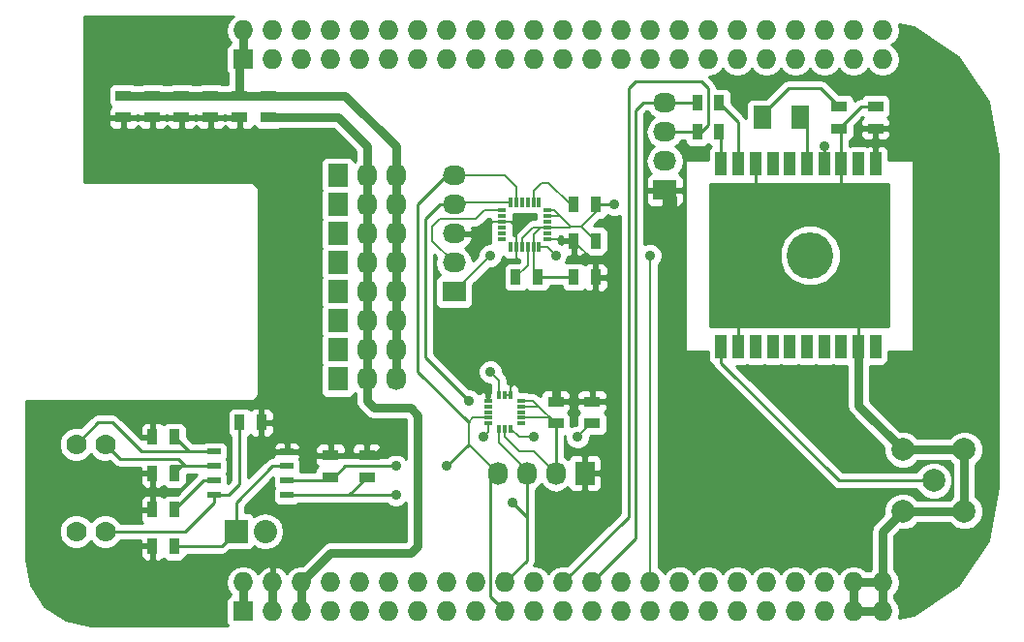
<source format=gtl>
%FSLAX46Y46*%
G04 Gerber Fmt 4.6, Leading zero omitted, Abs format (unit mm)*
G04 Created by KiCad (PCBNEW (2014-09-22 BZR 5144)-product) date Mon 27 Oct 2014 12:26:49 PM CET*
%MOMM*%
G01*
G04 APERTURE LIST*
%ADD10C,0.100000*%
%ADD11R,0.889000X1.397000*%
%ADD12R,1.397000X0.889000*%
%ADD13C,1.998980*%
%ADD14R,2.032000X2.032000*%
%ADD15O,2.032000X2.032000*%
%ADD16R,1.727200X2.032000*%
%ADD17O,1.727200X2.032000*%
%ADD18R,1.727200X1.727200*%
%ADD19O,1.727200X1.727200*%
%ADD20R,2.032000X1.727200*%
%ADD21O,2.032000X1.727200*%
%ADD22C,1.778000*%
%ADD23R,0.800000X0.350000*%
%ADD24R,0.350000X0.850000*%
%ADD25R,1.000000X2.000000*%
%ADD26R,0.800000X0.300000*%
%ADD27R,0.300000X0.800000*%
%ADD28R,1.143000X0.508000*%
%ADD29R,1.524000X2.032000*%
%ADD30C,4.064000*%
%ADD31C,0.889000*%
%ADD32C,0.254000*%
%ADD33C,0.203200*%
%ADD34C,0.762000*%
G04 APERTURE END LIST*
D10*
D11*
X152717500Y-90805000D03*
X150812500Y-90805000D03*
X145732500Y-90805000D03*
X147637500Y-90805000D03*
X152717500Y-84455000D03*
X150812500Y-84455000D03*
X150812500Y-87630000D03*
X152717500Y-87630000D03*
D12*
X177165000Y-77787500D03*
X177165000Y-75882500D03*
D11*
X123507500Y-103505000D03*
X121602500Y-103505000D03*
D12*
X149225000Y-101663500D03*
X149225000Y-103568500D03*
X111442500Y-76835000D03*
X111442500Y-74930000D03*
X113982500Y-76835000D03*
X113982500Y-74930000D03*
X116522500Y-76835000D03*
X116522500Y-74930000D03*
X119062500Y-76835000D03*
X119062500Y-74930000D03*
X121602500Y-76835000D03*
X121602500Y-74930000D03*
X124142500Y-76835000D03*
X124142500Y-74930000D03*
D13*
X182245000Y-108585000D03*
X184945020Y-111285020D03*
X184945020Y-105884980D03*
X179544980Y-105884980D03*
X179544980Y-111285020D03*
D14*
X121285000Y-113030000D03*
D15*
X123825000Y-113030000D03*
D16*
X130175000Y-81915000D03*
D17*
X132715000Y-81915000D03*
X135255000Y-81915000D03*
D16*
X130175000Y-84455000D03*
D17*
X132715000Y-84455000D03*
X135255000Y-84455000D03*
D16*
X130175000Y-86995000D03*
D17*
X132715000Y-86995000D03*
X135255000Y-86995000D03*
D16*
X130175000Y-89535000D03*
D17*
X132715000Y-89535000D03*
X135255000Y-89535000D03*
D16*
X130175000Y-92075000D03*
D17*
X132715000Y-92075000D03*
X135255000Y-92075000D03*
D16*
X130175000Y-94615000D03*
D17*
X132715000Y-94615000D03*
X135255000Y-94615000D03*
D16*
X130175000Y-97155000D03*
D17*
X132715000Y-97155000D03*
X135255000Y-97155000D03*
D18*
X121920000Y-71755000D03*
D19*
X121920000Y-69215000D03*
X124460000Y-71755000D03*
X124460000Y-69215000D03*
X127000000Y-71755000D03*
X127000000Y-69215000D03*
X129540000Y-71755000D03*
X129540000Y-69215000D03*
X132080000Y-71755000D03*
X132080000Y-69215000D03*
X134620000Y-71755000D03*
X134620000Y-69215000D03*
X137160000Y-71755000D03*
X137160000Y-69215000D03*
X139700000Y-71755000D03*
X139700000Y-69215000D03*
X142240000Y-71755000D03*
X142240000Y-69215000D03*
X144780000Y-71755000D03*
X144780000Y-69215000D03*
X147320000Y-71755000D03*
X147320000Y-69215000D03*
X149860000Y-71755000D03*
X149860000Y-69215000D03*
X152400000Y-71755000D03*
X152400000Y-69215000D03*
X154940000Y-71755000D03*
X154940000Y-69215000D03*
X157480000Y-71755000D03*
X157480000Y-69215000D03*
X160020000Y-71755000D03*
X160020000Y-69215000D03*
X162560000Y-71755000D03*
X162560000Y-69215000D03*
X165100000Y-71755000D03*
X165100000Y-69215000D03*
X167640000Y-71755000D03*
X167640000Y-69215000D03*
X170180000Y-71755000D03*
X170180000Y-69215000D03*
X172720000Y-71755000D03*
X172720000Y-69215000D03*
X175260000Y-71755000D03*
X175260000Y-69215000D03*
X177800000Y-71755000D03*
X177800000Y-69215000D03*
D18*
X121920000Y-120015000D03*
D19*
X121920000Y-117475000D03*
X124460000Y-120015000D03*
X124460000Y-117475000D03*
X127000000Y-120015000D03*
X127000000Y-117475000D03*
X129540000Y-120015000D03*
X129540000Y-117475000D03*
X132080000Y-120015000D03*
X132080000Y-117475000D03*
X134620000Y-120015000D03*
X134620000Y-117475000D03*
X137160000Y-120015000D03*
X137160000Y-117475000D03*
X139700000Y-120015000D03*
X139700000Y-117475000D03*
X142240000Y-120015000D03*
X142240000Y-117475000D03*
X144780000Y-120015000D03*
X144780000Y-117475000D03*
X147320000Y-120015000D03*
X147320000Y-117475000D03*
X149860000Y-120015000D03*
X149860000Y-117475000D03*
X152400000Y-120015000D03*
X152400000Y-117475000D03*
X154940000Y-120015000D03*
X154940000Y-117475000D03*
X157480000Y-120015000D03*
X157480000Y-117475000D03*
X160020000Y-120015000D03*
X160020000Y-117475000D03*
X162560000Y-120015000D03*
X162560000Y-117475000D03*
X165100000Y-120015000D03*
X165100000Y-117475000D03*
X167640000Y-120015000D03*
X167640000Y-117475000D03*
X170180000Y-120015000D03*
X170180000Y-117475000D03*
X172720000Y-120015000D03*
X172720000Y-117475000D03*
X175260000Y-120015000D03*
X175260000Y-117475000D03*
X177800000Y-120015000D03*
X177800000Y-117475000D03*
D16*
X130175000Y-99695000D03*
D17*
X132715000Y-99695000D03*
X135255000Y-99695000D03*
D20*
X158750000Y-83185000D03*
D21*
X158750000Y-80645000D03*
X158750000Y-78105000D03*
X158750000Y-75565000D03*
D20*
X140335000Y-92075000D03*
D21*
X140335000Y-89535000D03*
X140335000Y-86995000D03*
X140335000Y-84455000D03*
X140335000Y-81915000D03*
D16*
X151765000Y-107950000D03*
D17*
X149225000Y-107950000D03*
X146685000Y-107950000D03*
X144145000Y-107950000D03*
D12*
X173990000Y-77787500D03*
X173990000Y-75882500D03*
D11*
X161607500Y-75565000D03*
X163512500Y-75565000D03*
X161607500Y-78105000D03*
X163512500Y-78105000D03*
X115887500Y-104775000D03*
X113982500Y-104775000D03*
X115887500Y-107950000D03*
X113982500Y-107950000D03*
X115887500Y-111125000D03*
X113982500Y-111125000D03*
D12*
X152400000Y-101663500D03*
X152400000Y-103568500D03*
D11*
X115887500Y-114300000D03*
X113982500Y-114300000D03*
D12*
X129540000Y-108267500D03*
X129540000Y-106362500D03*
X132715000Y-108267500D03*
X132715000Y-106362500D03*
D22*
X107315000Y-113030000D03*
X109855000Y-113030000D03*
X109855000Y-105410000D03*
X107315000Y-105410000D03*
D23*
X144526000Y-84951000D03*
X144526000Y-85451000D03*
X144526000Y-85951000D03*
X144526000Y-86451000D03*
X144526000Y-86951000D03*
X144526000Y-87451000D03*
D24*
X145276000Y-88176000D03*
X145776000Y-88176000D03*
X146276000Y-88176000D03*
X146776000Y-88176000D03*
X147276000Y-88176000D03*
X147776000Y-88176000D03*
X145276000Y-84226000D03*
X145776000Y-84226000D03*
X146276000Y-84226000D03*
X146776000Y-84226000D03*
X147276000Y-84226000D03*
X147776000Y-84226000D03*
D23*
X148526000Y-84951000D03*
X148526000Y-85451000D03*
X148526000Y-85951000D03*
X148526000Y-86451000D03*
X148526000Y-86951000D03*
X148526000Y-87451000D03*
D25*
X177185000Y-80899000D03*
X175685000Y-80899000D03*
X174185000Y-80899000D03*
X172685000Y-80899000D03*
X171185000Y-80899000D03*
X169685000Y-80899000D03*
X168185000Y-80899000D03*
X166685000Y-80899000D03*
X165185000Y-80899000D03*
X163685000Y-80899000D03*
X177185000Y-96899000D03*
X175685000Y-96899000D03*
X174185000Y-96899000D03*
X172685000Y-96899000D03*
X171185000Y-96899000D03*
X169685000Y-96899000D03*
X168185000Y-96899000D03*
X166685000Y-96899000D03*
X165185000Y-96899000D03*
X163685000Y-96899000D03*
D26*
X143306000Y-101592000D03*
X143306000Y-102092000D03*
X143306000Y-102592000D03*
X143306000Y-103092000D03*
X143306000Y-103592000D03*
X146206000Y-103592000D03*
X146206000Y-103092000D03*
X146206000Y-102592000D03*
X146206000Y-102092000D03*
X146206000Y-101592000D03*
D27*
X144256000Y-104042000D03*
X144756000Y-104042000D03*
X145256000Y-104042000D03*
X145256000Y-101142000D03*
X144756000Y-101142000D03*
X144256000Y-101142000D03*
D28*
X125730000Y-106045000D03*
X125730000Y-107315000D03*
X125730000Y-108585000D03*
X125730000Y-109855000D03*
X119380000Y-109855000D03*
X119380000Y-108585000D03*
X119380000Y-107315000D03*
X119380000Y-106045000D03*
D29*
X170561000Y-76835000D03*
X167259000Y-76835000D03*
D30*
X171450000Y-88900000D03*
D31*
X172720000Y-79375000D03*
X154305000Y-84455000D03*
X143510000Y-99060000D03*
X142875000Y-104775000D03*
X152400000Y-99060000D03*
X160020000Y-99060000D03*
X135255000Y-104775000D03*
X140335000Y-97155000D03*
X182245000Y-74295000D03*
X135255000Y-107315000D03*
X139700000Y-107315000D03*
X145415000Y-110490000D03*
X141605000Y-101600000D03*
X135255000Y-109855000D03*
X143510000Y-88900000D03*
X157480000Y-88900000D03*
X149225000Y-88900000D03*
X147320000Y-104775000D03*
X151130000Y-104775000D03*
D32*
X172685000Y-80899000D02*
X172685000Y-79410000D01*
X172685000Y-79410000D02*
X172720000Y-79375000D01*
X147637500Y-90805000D02*
X150812500Y-90805000D01*
D33*
X144526000Y-84951000D02*
X143014000Y-84951000D01*
X138430000Y-87630000D02*
X140335000Y-89535000D01*
X138430000Y-86360000D02*
X138430000Y-87630000D01*
X139065000Y-85725000D02*
X138430000Y-86360000D01*
X142240000Y-85725000D02*
X139065000Y-85725000D01*
X143014000Y-84951000D02*
X142240000Y-85725000D01*
X147276000Y-88176000D02*
X147276000Y-90443500D01*
X147276000Y-90443500D02*
X147637500Y-90805000D01*
X144756000Y-104042000D02*
X144756000Y-104751000D01*
X147320000Y-106045000D02*
X149225000Y-107950000D01*
X146050000Y-106045000D02*
X147320000Y-106045000D01*
X144756000Y-104751000D02*
X146050000Y-106045000D01*
X146206000Y-103092000D02*
X148748500Y-103092000D01*
X148748500Y-103092000D02*
X149225000Y-103568500D01*
X146206000Y-102092000D02*
X147748500Y-102092000D01*
X146206000Y-101592000D02*
X147248500Y-101592000D01*
X147248500Y-101592000D02*
X147748500Y-102092000D01*
X147748500Y-102092000D02*
X149225000Y-103568500D01*
D32*
X149225000Y-103568500D02*
X149225000Y-106045000D01*
X149225000Y-106045000D02*
X149225000Y-107950000D01*
X109855000Y-113030000D02*
X116840000Y-113030000D01*
X119380000Y-110490000D02*
X119380000Y-109855000D01*
X116840000Y-113030000D02*
X119380000Y-110490000D01*
X119380000Y-109855000D02*
X120650000Y-109855000D01*
X121602500Y-108902500D02*
X121602500Y-103505000D01*
X120650000Y-109855000D02*
X121602500Y-108902500D01*
D34*
X175685000Y-96899000D02*
X175685000Y-102025000D01*
X175685000Y-102025000D02*
X179544980Y-105884980D01*
X179544980Y-105884980D02*
X184945020Y-105884980D01*
X184945020Y-105884980D02*
X184945020Y-111285020D01*
X184945020Y-111285020D02*
X179544980Y-111285020D01*
X179544980Y-111285020D02*
X177800000Y-113030000D01*
X177800000Y-113030000D02*
X177800000Y-117475000D01*
X175260000Y-117475000D02*
X175260000Y-120015000D01*
X175260000Y-117475000D02*
X177800000Y-117475000D01*
X177800000Y-117475000D02*
X177800000Y-120015000D01*
X177800000Y-120015000D02*
X175260000Y-120015000D01*
X121920000Y-117475000D02*
X121920000Y-120015000D01*
X121920000Y-69215000D02*
X121920000Y-71755000D01*
X121920000Y-71755000D02*
X121602500Y-72072500D01*
X121602500Y-72072500D02*
X121602500Y-74930000D01*
D32*
X121920000Y-71755000D02*
X121602500Y-72072500D01*
X177165000Y-75882500D02*
X175895000Y-75882500D01*
X175895000Y-75882500D02*
X173990000Y-77787500D01*
X174185000Y-80899000D02*
X174185000Y-77982500D01*
X174185000Y-77982500D02*
X173990000Y-77787500D01*
D34*
X135255000Y-86995000D02*
X135255000Y-99695000D01*
X135255000Y-84455000D02*
X135255000Y-86995000D01*
X135255000Y-81915000D02*
X135255000Y-84455000D01*
X130810000Y-74930000D02*
X135255000Y-79375000D01*
X135255000Y-79375000D02*
X135255000Y-81915000D01*
X124142500Y-74930000D02*
X130810000Y-74930000D01*
D32*
X152717500Y-84455000D02*
X154305000Y-84455000D01*
X174185000Y-82990000D02*
X173990000Y-83185000D01*
X174185000Y-80899000D02*
X174185000Y-82990000D01*
X166685000Y-82865000D02*
X167005000Y-83185000D01*
X166685000Y-80899000D02*
X166685000Y-82865000D01*
X175685000Y-95040000D02*
X175260000Y-94615000D01*
X175685000Y-96899000D02*
X175685000Y-95040000D01*
X165185000Y-95165000D02*
X165735000Y-94615000D01*
X165185000Y-96899000D02*
X165185000Y-95165000D01*
D33*
X144256000Y-99806000D02*
X143510000Y-99060000D01*
X144256000Y-101142000D02*
X144256000Y-99806000D01*
X149586000Y-85451000D02*
X150495000Y-86360000D01*
X149086000Y-84951000D02*
X149586000Y-85451000D01*
X150495000Y-86360000D02*
X151447500Y-86360000D01*
X151447500Y-86360000D02*
X152717500Y-87630000D01*
X148526000Y-84951000D02*
X149086000Y-84951000D01*
X152717500Y-85090000D02*
X151447500Y-86360000D01*
X152717500Y-84455000D02*
X152717500Y-85090000D01*
X148526000Y-85451000D02*
X149586000Y-85451000D01*
X150404000Y-86451000D02*
X150495000Y-86360000D01*
X148526000Y-86451000D02*
X150404000Y-86451000D01*
D34*
X121602500Y-74930000D02*
X124142500Y-74930000D01*
X119062500Y-74930000D02*
X121602500Y-74930000D01*
X116522500Y-74930000D02*
X119062500Y-74930000D01*
X113982500Y-74930000D02*
X116522500Y-74930000D01*
X111442500Y-74930000D02*
X113982500Y-74930000D01*
D33*
X143306000Y-104344000D02*
X142875000Y-104775000D01*
X143306000Y-103592000D02*
X143306000Y-104344000D01*
X147229000Y-86451000D02*
X148526000Y-86451000D01*
X146276000Y-87404000D02*
X147229000Y-86451000D01*
X146276000Y-88176000D02*
X146276000Y-87404000D01*
X147276000Y-87039000D02*
X147864000Y-86451000D01*
X147864000Y-86451000D02*
X148526000Y-86451000D01*
X147276000Y-88176000D02*
X147276000Y-87039000D01*
D34*
X149225000Y-99060000D02*
X152400000Y-99060000D01*
X159385000Y-98425000D02*
X159385000Y-83820000D01*
X160020000Y-99060000D02*
X159385000Y-98425000D01*
D33*
X144526000Y-85951000D02*
X143284000Y-85951000D01*
X142240000Y-86995000D02*
X140335000Y-86995000D01*
X143284000Y-85951000D02*
X142240000Y-86995000D01*
X144526000Y-85951000D02*
X145260000Y-85951000D01*
X145776000Y-86467000D02*
X145776000Y-88176000D01*
X145260000Y-85951000D02*
X145776000Y-86467000D01*
D34*
X124460000Y-117475000D02*
X124460000Y-120015000D01*
D32*
X177165000Y-77787500D02*
X177165000Y-80879000D01*
X177165000Y-80879000D02*
X177185000Y-80899000D01*
D33*
X143306000Y-100761000D02*
X142240000Y-99695000D01*
X142240000Y-99695000D02*
X142240000Y-98425000D01*
X142240000Y-98425000D02*
X142875000Y-97790000D01*
X142875000Y-97790000D02*
X144145000Y-97790000D01*
X144145000Y-97790000D02*
X145256000Y-98901000D01*
X145256000Y-98901000D02*
X145256000Y-101142000D01*
X143306000Y-101592000D02*
X143306000Y-100761000D01*
X144756000Y-101142000D02*
X145256000Y-101142000D01*
X150633500Y-87451000D02*
X150812500Y-87630000D01*
X148526000Y-87451000D02*
X150633500Y-87451000D01*
X145776000Y-89174000D02*
X145415000Y-89535000D01*
X145415000Y-89535000D02*
X144780000Y-89535000D01*
X144780000Y-89535000D02*
X144145000Y-90170000D01*
X144145000Y-90170000D02*
X144145000Y-91440000D01*
X144145000Y-91440000D02*
X144780000Y-92075000D01*
X144780000Y-92075000D02*
X152400000Y-92075000D01*
X152400000Y-92075000D02*
X152717500Y-91757500D01*
X152717500Y-91757500D02*
X152717500Y-90805000D01*
X145776000Y-88176000D02*
X145776000Y-89174000D01*
X152717500Y-89535000D02*
X150812500Y-87630000D01*
X152717500Y-90805000D02*
X152717500Y-89535000D01*
D34*
X133667500Y-106362500D02*
X135255000Y-104775000D01*
X140335000Y-97155000D02*
X141605000Y-95885000D01*
X141605000Y-95885000D02*
X146050000Y-95885000D01*
X146050000Y-95885000D02*
X149225000Y-99060000D01*
X149225000Y-99060000D02*
X149225000Y-101663500D01*
X132715000Y-106362500D02*
X133667500Y-106362500D01*
X159385000Y-83820000D02*
X158750000Y-83185000D01*
D33*
X146776000Y-88176000D02*
X146776000Y-89761500D01*
X146776000Y-89761500D02*
X145732500Y-90805000D01*
X147276000Y-84226000D02*
X147276000Y-83229000D01*
X148590000Y-82550000D02*
X150495000Y-84455000D01*
X147955000Y-82550000D02*
X148590000Y-82550000D01*
X147276000Y-83229000D02*
X147955000Y-82550000D01*
X150495000Y-84455000D02*
X150812500Y-84455000D01*
D34*
X132715000Y-99695000D02*
X132715000Y-101600000D01*
X129540000Y-114935000D02*
X127000000Y-117475000D01*
X136525000Y-114935000D02*
X129540000Y-114935000D01*
X137160000Y-114300000D02*
X136525000Y-114935000D01*
X137160000Y-102870000D02*
X137160000Y-114300000D01*
X136525000Y-102235000D02*
X137160000Y-102870000D01*
X133350000Y-102235000D02*
X136525000Y-102235000D01*
X132715000Y-101600000D02*
X133350000Y-102235000D01*
X127000000Y-117475000D02*
X127000000Y-120015000D01*
X132715000Y-97155000D02*
X132715000Y-99695000D01*
X132715000Y-94615000D02*
X132715000Y-97155000D01*
X132715000Y-86995000D02*
X132715000Y-89535000D01*
X132715000Y-84455000D02*
X132715000Y-86995000D01*
X132715000Y-84455000D02*
X132715000Y-81915000D01*
X130175000Y-76835000D02*
X132715000Y-79375000D01*
X132715000Y-79375000D02*
X132715000Y-81915000D01*
X124142500Y-76835000D02*
X130175000Y-76835000D01*
X132715000Y-92075000D02*
X132715000Y-94615000D01*
X132715000Y-89535000D02*
X132715000Y-92075000D01*
D32*
X171185000Y-80899000D02*
X171185000Y-77459000D01*
X171185000Y-77459000D02*
X170561000Y-76835000D01*
X167259000Y-76835000D02*
X167259000Y-76581000D01*
X167259000Y-76581000D02*
X169545000Y-74295000D01*
X169545000Y-74295000D02*
X172402500Y-74295000D01*
X172402500Y-74295000D02*
X173990000Y-75882500D01*
X163685000Y-98280000D02*
X173990000Y-108585000D01*
X173990000Y-108585000D02*
X182245000Y-108585000D01*
X163685000Y-96899000D02*
X163685000Y-98280000D01*
X121285000Y-113030000D02*
X121285000Y-110490000D01*
X124460000Y-107315000D02*
X125730000Y-107315000D01*
X121285000Y-110490000D02*
X124460000Y-107315000D01*
X115887500Y-114300000D02*
X120015000Y-114300000D01*
X120015000Y-114300000D02*
X121285000Y-113030000D01*
X140335000Y-81915000D02*
X139700000Y-81915000D01*
X139700000Y-81915000D02*
X137160000Y-84455000D01*
X137160000Y-99060000D02*
X141605000Y-103505000D01*
X137160000Y-84455000D02*
X137160000Y-99060000D01*
D33*
X145776000Y-84226000D02*
X145776000Y-82911000D01*
X145776000Y-82911000D02*
X144780000Y-81915000D01*
D32*
X125730000Y-108585000D02*
X126365000Y-108585000D01*
X126365000Y-108585000D02*
X129222500Y-108585000D01*
X129222500Y-108585000D02*
X129540000Y-108267500D01*
X144780000Y-120015000D02*
X143510000Y-118745000D01*
X143510000Y-118745000D02*
X143510000Y-108585000D01*
X143510000Y-108585000D02*
X144145000Y-107950000D01*
D33*
X143306000Y-103092000D02*
X142018000Y-103092000D01*
X142018000Y-103092000D02*
X141605000Y-103505000D01*
X141605000Y-105410000D02*
X144145000Y-107950000D01*
X141605000Y-103505000D02*
X141605000Y-105410000D01*
X144780000Y-81915000D02*
X140335000Y-81915000D01*
D32*
X130810000Y-107315000D02*
X135255000Y-107315000D01*
X139700000Y-107315000D02*
X141605000Y-105410000D01*
X129857500Y-108267500D02*
X130810000Y-107315000D01*
X129540000Y-108267500D02*
X129857500Y-108267500D01*
X140335000Y-84455000D02*
X139700000Y-84455000D01*
D33*
X145276000Y-84226000D02*
X140564000Y-84226000D01*
X140564000Y-84226000D02*
X140335000Y-84455000D01*
D32*
X125730000Y-109855000D02*
X131127500Y-109855000D01*
X131127500Y-109855000D02*
X132715000Y-108267500D01*
X146685000Y-111125000D02*
X146685000Y-111760000D01*
X146685000Y-107950000D02*
X146685000Y-111125000D01*
X146685000Y-111760000D02*
X146685000Y-113030000D01*
X146685000Y-113030000D02*
X146685000Y-115570000D01*
X146685000Y-115570000D02*
X144780000Y-117475000D01*
D33*
X144256000Y-104042000D02*
X144256000Y-105299000D01*
X144256000Y-105299000D02*
X146685000Y-107728000D01*
X146685000Y-107728000D02*
X146685000Y-107950000D01*
D32*
X145415000Y-110490000D02*
X146685000Y-111760000D01*
X137795000Y-97790000D02*
X141605000Y-101600000D01*
X137795000Y-85725000D02*
X137795000Y-97790000D01*
X139065000Y-84455000D02*
X137795000Y-85725000D01*
X140335000Y-84455000D02*
X139065000Y-84455000D01*
X131127500Y-109855000D02*
X135255000Y-109855000D01*
X161607500Y-78105000D02*
X161925000Y-78105000D01*
X161925000Y-78105000D02*
X162560000Y-77470000D01*
X155575000Y-111760000D02*
X149860000Y-117475000D01*
X155575000Y-109855000D02*
X155575000Y-111760000D01*
X155575000Y-74295000D02*
X155575000Y-109855000D01*
X156210000Y-73660000D02*
X155575000Y-74295000D01*
X161925000Y-73660000D02*
X156210000Y-73660000D01*
X162560000Y-74295000D02*
X161925000Y-73660000D01*
X162560000Y-77470000D02*
X162560000Y-74295000D01*
X158750000Y-78105000D02*
X161607500Y-78105000D01*
X158750000Y-75565000D02*
X156845000Y-75565000D01*
X156210000Y-113665000D02*
X152400000Y-117475000D01*
X156210000Y-76200000D02*
X156210000Y-113665000D01*
X156845000Y-75565000D02*
X156210000Y-76200000D01*
X161607500Y-75565000D02*
X158750000Y-75565000D01*
X152400000Y-116840000D02*
X152400000Y-117475000D01*
D33*
X143510000Y-88900000D02*
X140335000Y-92075000D01*
X157480000Y-117475000D02*
X157480000Y-88900000D01*
X147776000Y-88176000D02*
X148501000Y-88176000D01*
X148501000Y-88176000D02*
X149225000Y-88900000D01*
D32*
X165185000Y-80899000D02*
X165185000Y-77237500D01*
X165185000Y-77237500D02*
X163512500Y-75565000D01*
X163685000Y-80899000D02*
X163685000Y-78277500D01*
X163685000Y-78277500D02*
X163512500Y-78105000D01*
X117157500Y-106045000D02*
X113030000Y-106045000D01*
X109220000Y-103505000D02*
X107315000Y-105410000D01*
X110490000Y-103505000D02*
X109220000Y-103505000D01*
X113030000Y-106045000D02*
X110490000Y-103505000D01*
X119380000Y-106045000D02*
X117475000Y-106045000D01*
X117475000Y-106045000D02*
X117157500Y-106045000D01*
X117157500Y-106045000D02*
X115887500Y-104775000D01*
X116840000Y-107315000D02*
X116205000Y-106680000D01*
X111125000Y-106680000D02*
X109855000Y-105410000D01*
X116205000Y-106680000D02*
X111125000Y-106680000D01*
X116840000Y-107315000D02*
X115570000Y-107315000D01*
X119380000Y-107315000D02*
X116840000Y-107315000D01*
X116840000Y-107315000D02*
X116522500Y-107315000D01*
X116522500Y-107315000D02*
X115887500Y-107950000D01*
X119380000Y-108585000D02*
X118427500Y-108585000D01*
X118427500Y-108585000D02*
X115887500Y-111125000D01*
D33*
X145256000Y-104042000D02*
X145317000Y-104042000D01*
X145317000Y-104042000D02*
X146050000Y-104775000D01*
X146050000Y-104775000D02*
X147320000Y-104775000D01*
X151130000Y-104775000D02*
X152336500Y-103568500D01*
X152336500Y-103568500D02*
X152400000Y-103568500D01*
D32*
G36*
X178308000Y-95123000D02*
X174117462Y-95123000D01*
X174117462Y-88371828D01*
X173712291Y-87391239D01*
X172962707Y-86640345D01*
X171982827Y-86233464D01*
X170921828Y-86232538D01*
X169941239Y-86637709D01*
X169190345Y-87387293D01*
X168783464Y-88367173D01*
X168782538Y-89428172D01*
X169187709Y-90408761D01*
X169937293Y-91159655D01*
X170917173Y-91566536D01*
X171978172Y-91567462D01*
X172958761Y-91162291D01*
X173709655Y-90412707D01*
X174116536Y-89432827D01*
X174117462Y-88371828D01*
X174117462Y-95123000D01*
X162687000Y-95123000D01*
X162687000Y-82677000D01*
X178308000Y-82677000D01*
X178308000Y-95123000D01*
X178308000Y-95123000D01*
G37*
X178308000Y-95123000D02*
X174117462Y-95123000D01*
X174117462Y-88371828D01*
X173712291Y-87391239D01*
X172962707Y-86640345D01*
X171982827Y-86233464D01*
X170921828Y-86232538D01*
X169941239Y-86637709D01*
X169190345Y-87387293D01*
X168783464Y-88367173D01*
X168782538Y-89428172D01*
X169187709Y-90408761D01*
X169937293Y-91159655D01*
X170917173Y-91566536D01*
X171978172Y-91567462D01*
X172958761Y-91162291D01*
X173709655Y-90412707D01*
X174116536Y-89432827D01*
X174117462Y-88371828D01*
X174117462Y-95123000D01*
X162687000Y-95123000D01*
X162687000Y-82677000D01*
X178308000Y-82677000D01*
X178308000Y-95123000D01*
G36*
X136144000Y-113879159D02*
X136104159Y-113919000D01*
X129540000Y-113919000D01*
X129151194Y-113996338D01*
X129041821Y-114069419D01*
X128821579Y-114216580D01*
X127056384Y-115981775D01*
X127029359Y-115976400D01*
X126970641Y-115976400D01*
X126397152Y-116090474D01*
X125910971Y-116415330D01*
X125730007Y-116686160D01*
X125348490Y-116268179D01*
X124819027Y-116020032D01*
X124587000Y-116140531D01*
X124587000Y-117348000D01*
X124607000Y-117348000D01*
X124607000Y-117602000D01*
X124587000Y-117602000D01*
X124587000Y-118680531D01*
X124587000Y-118809469D01*
X124587000Y-119888000D01*
X124607000Y-119888000D01*
X124607000Y-120142000D01*
X124587000Y-120142000D01*
X124587000Y-120162000D01*
X124333000Y-120162000D01*
X124333000Y-120142000D01*
X124313000Y-120142000D01*
X124313000Y-119888000D01*
X124333000Y-119888000D01*
X124333000Y-118809469D01*
X124333000Y-118680531D01*
X124333000Y-117602000D01*
X124313000Y-117602000D01*
X124313000Y-117348000D01*
X124333000Y-117348000D01*
X124333000Y-116140531D01*
X124100973Y-116020032D01*
X123571510Y-116268179D01*
X123189992Y-116686160D01*
X123009029Y-116415330D01*
X122522848Y-116090474D01*
X121949359Y-115976400D01*
X121890641Y-115976400D01*
X121317152Y-116090474D01*
X120830971Y-116415330D01*
X120506115Y-116901511D01*
X120392041Y-117475000D01*
X120506115Y-118048489D01*
X120830971Y-118534670D01*
X120852023Y-118548736D01*
X120696702Y-118613073D01*
X120518073Y-118791701D01*
X120421400Y-119025090D01*
X120421400Y-119277709D01*
X120421400Y-121004909D01*
X120516706Y-121235000D01*
X113855500Y-121235000D01*
X113855500Y-115474750D01*
X113855500Y-114427000D01*
X113061750Y-114427000D01*
X112903000Y-114585750D01*
X112903000Y-114872191D01*
X112903000Y-115124810D01*
X112999673Y-115358199D01*
X113178302Y-115536827D01*
X113411691Y-115633500D01*
X113696750Y-115633500D01*
X113855500Y-115474750D01*
X113855500Y-121235000D01*
X108652467Y-121235000D01*
X106422234Y-120791379D01*
X104588729Y-119566270D01*
X103363620Y-117732765D01*
X102920000Y-115502532D01*
X102920000Y-101650000D01*
X122555000Y-101650000D01*
X122817138Y-101597857D01*
X123039368Y-101449368D01*
X123187857Y-101227138D01*
X123240000Y-100965000D01*
X123240000Y-83185000D01*
X123187857Y-82922862D01*
X123039368Y-82700632D01*
X122817138Y-82552143D01*
X122555000Y-82500000D01*
X121475500Y-82500000D01*
X121475500Y-77755750D01*
X121475500Y-76962000D01*
X120427750Y-76962000D01*
X120332500Y-77057250D01*
X120237250Y-76962000D01*
X119189500Y-76962000D01*
X119189500Y-77755750D01*
X119348250Y-77914500D01*
X119634691Y-77914500D01*
X119887310Y-77914500D01*
X120120699Y-77817827D01*
X120299327Y-77639198D01*
X120332500Y-77559111D01*
X120365673Y-77639198D01*
X120544301Y-77817827D01*
X120777690Y-77914500D01*
X121030309Y-77914500D01*
X121316750Y-77914500D01*
X121475500Y-77755750D01*
X121475500Y-82500000D01*
X118935500Y-82500000D01*
X118935500Y-77755750D01*
X118935500Y-76962000D01*
X117887750Y-76962000D01*
X117792500Y-77057250D01*
X117697250Y-76962000D01*
X116649500Y-76962000D01*
X116649500Y-77755750D01*
X116808250Y-77914500D01*
X117094691Y-77914500D01*
X117347310Y-77914500D01*
X117580699Y-77817827D01*
X117759327Y-77639198D01*
X117792500Y-77559111D01*
X117825673Y-77639198D01*
X118004301Y-77817827D01*
X118237690Y-77914500D01*
X118490309Y-77914500D01*
X118776750Y-77914500D01*
X118935500Y-77755750D01*
X118935500Y-82500000D01*
X116395500Y-82500000D01*
X116395500Y-77755750D01*
X116395500Y-76962000D01*
X115347750Y-76962000D01*
X115252500Y-77057250D01*
X115157250Y-76962000D01*
X114109500Y-76962000D01*
X114109500Y-77755750D01*
X114268250Y-77914500D01*
X114554691Y-77914500D01*
X114807310Y-77914500D01*
X115040699Y-77817827D01*
X115219327Y-77639198D01*
X115252500Y-77559111D01*
X115285673Y-77639198D01*
X115464301Y-77817827D01*
X115697690Y-77914500D01*
X115950309Y-77914500D01*
X116236750Y-77914500D01*
X116395500Y-77755750D01*
X116395500Y-82500000D01*
X113855500Y-82500000D01*
X113855500Y-77755750D01*
X113855500Y-76962000D01*
X112807750Y-76962000D01*
X112712500Y-77057250D01*
X112617250Y-76962000D01*
X111569500Y-76962000D01*
X111569500Y-77755750D01*
X111728250Y-77914500D01*
X112014691Y-77914500D01*
X112267310Y-77914500D01*
X112500699Y-77817827D01*
X112679327Y-77639198D01*
X112712500Y-77559111D01*
X112745673Y-77639198D01*
X112924301Y-77817827D01*
X113157690Y-77914500D01*
X113410309Y-77914500D01*
X113696750Y-77914500D01*
X113855500Y-77755750D01*
X113855500Y-82500000D01*
X111315500Y-82500000D01*
X111315500Y-77755750D01*
X111315500Y-76962000D01*
X110267750Y-76962000D01*
X110109000Y-77120750D01*
X110109000Y-77405809D01*
X110205673Y-77639198D01*
X110384301Y-77817827D01*
X110617690Y-77914500D01*
X110870309Y-77914500D01*
X111156750Y-77914500D01*
X111315500Y-77755750D01*
X111315500Y-82500000D01*
X108000000Y-82500000D01*
X108000000Y-67995000D01*
X121070921Y-67995000D01*
X120830971Y-68155330D01*
X120506115Y-68641511D01*
X120392041Y-69215000D01*
X120506115Y-69788489D01*
X120830971Y-70274670D01*
X120852023Y-70288736D01*
X120696702Y-70353073D01*
X120518073Y-70531701D01*
X120421400Y-70765090D01*
X120421400Y-71017709D01*
X120421400Y-72744909D01*
X120518073Y-72978298D01*
X120586500Y-73046725D01*
X120586500Y-73914000D01*
X120040612Y-73914000D01*
X119887310Y-73850500D01*
X119634691Y-73850500D01*
X118237691Y-73850500D01*
X118084388Y-73914000D01*
X117500612Y-73914000D01*
X117347310Y-73850500D01*
X117094691Y-73850500D01*
X115697691Y-73850500D01*
X115544388Y-73914000D01*
X114960612Y-73914000D01*
X114807310Y-73850500D01*
X114554691Y-73850500D01*
X113157691Y-73850500D01*
X113004388Y-73914000D01*
X112420612Y-73914000D01*
X112267310Y-73850500D01*
X112014691Y-73850500D01*
X110617691Y-73850500D01*
X110384302Y-73947173D01*
X110205673Y-74125801D01*
X110109000Y-74359190D01*
X110109000Y-74611809D01*
X110109000Y-75500809D01*
X110205673Y-75734198D01*
X110353974Y-75882500D01*
X110205673Y-76030802D01*
X110109000Y-76264191D01*
X110109000Y-76549250D01*
X110267750Y-76708000D01*
X111315500Y-76708000D01*
X111315500Y-76688000D01*
X111569500Y-76688000D01*
X111569500Y-76708000D01*
X112617250Y-76708000D01*
X112712500Y-76612750D01*
X112807750Y-76708000D01*
X113855500Y-76708000D01*
X113855500Y-76688000D01*
X114109500Y-76688000D01*
X114109500Y-76708000D01*
X115157250Y-76708000D01*
X115252500Y-76612750D01*
X115347750Y-76708000D01*
X116395500Y-76708000D01*
X116395500Y-76688000D01*
X116649500Y-76688000D01*
X116649500Y-76708000D01*
X117697250Y-76708000D01*
X117792500Y-76612750D01*
X117887750Y-76708000D01*
X118935500Y-76708000D01*
X118935500Y-76688000D01*
X119189500Y-76688000D01*
X119189500Y-76708000D01*
X120237250Y-76708000D01*
X120332500Y-76612750D01*
X120427750Y-76708000D01*
X121475500Y-76708000D01*
X121475500Y-76688000D01*
X121729500Y-76688000D01*
X121729500Y-76708000D01*
X121749500Y-76708000D01*
X121749500Y-76962000D01*
X121729500Y-76962000D01*
X121729500Y-77755750D01*
X121888250Y-77914500D01*
X122174691Y-77914500D01*
X122427310Y-77914500D01*
X122660699Y-77817827D01*
X122839327Y-77639198D01*
X122872500Y-77559111D01*
X122905673Y-77639198D01*
X123084301Y-77817827D01*
X123317690Y-77914500D01*
X123570309Y-77914500D01*
X124967309Y-77914500D01*
X125120611Y-77851000D01*
X129754159Y-77851000D01*
X131699000Y-79795840D01*
X131699000Y-80641405D01*
X131655330Y-80670585D01*
X131640499Y-80692780D01*
X131576927Y-80539302D01*
X131398299Y-80360673D01*
X131164910Y-80264000D01*
X130912291Y-80264000D01*
X129185091Y-80264000D01*
X128951702Y-80360673D01*
X128773073Y-80539301D01*
X128676400Y-80772690D01*
X128676400Y-81025309D01*
X128676400Y-83057309D01*
X128729291Y-83184999D01*
X128676400Y-83312690D01*
X128676400Y-83565309D01*
X128676400Y-85597309D01*
X128729291Y-85724999D01*
X128676400Y-85852690D01*
X128676400Y-86105309D01*
X128676400Y-88137309D01*
X128729291Y-88264999D01*
X128676400Y-88392690D01*
X128676400Y-88645309D01*
X128676400Y-90677309D01*
X128729291Y-90804999D01*
X128676400Y-90932690D01*
X128676400Y-91185309D01*
X128676400Y-93217309D01*
X128729291Y-93344999D01*
X128676400Y-93472690D01*
X128676400Y-93725309D01*
X128676400Y-95757309D01*
X128729291Y-95884999D01*
X128676400Y-96012690D01*
X128676400Y-96265309D01*
X128676400Y-98297309D01*
X128729291Y-98424999D01*
X128676400Y-98552690D01*
X128676400Y-98805309D01*
X128676400Y-100837309D01*
X128773073Y-101070698D01*
X128951701Y-101249327D01*
X129185090Y-101346000D01*
X129437709Y-101346000D01*
X131164909Y-101346000D01*
X131398298Y-101249327D01*
X131576927Y-101070699D01*
X131640500Y-100917220D01*
X131655330Y-100939415D01*
X131699000Y-100968594D01*
X131699000Y-101600000D01*
X131763507Y-101924299D01*
X131776338Y-101988807D01*
X131996580Y-102318420D01*
X132631580Y-102953421D01*
X132961193Y-103173662D01*
X132961194Y-103173662D01*
X133350000Y-103251000D01*
X136104159Y-103251000D01*
X136144000Y-103290840D01*
X136144000Y-106677575D01*
X135867286Y-106400378D01*
X135470668Y-106235687D01*
X135041216Y-106235313D01*
X134644311Y-106399311D01*
X134490353Y-106553000D01*
X134048500Y-106553000D01*
X134048500Y-106076750D01*
X134048500Y-105791691D01*
X133951827Y-105558302D01*
X133773199Y-105379673D01*
X133539810Y-105283000D01*
X133287191Y-105283000D01*
X133000750Y-105283000D01*
X132842000Y-105441750D01*
X132842000Y-106235500D01*
X133889750Y-106235500D01*
X134048500Y-106076750D01*
X134048500Y-106553000D01*
X133953250Y-106553000D01*
X133889750Y-106489500D01*
X132842000Y-106489500D01*
X132842000Y-106509500D01*
X132588000Y-106509500D01*
X132588000Y-106489500D01*
X132588000Y-106235500D01*
X132588000Y-105441750D01*
X132429250Y-105283000D01*
X132142809Y-105283000D01*
X131890190Y-105283000D01*
X131656801Y-105379673D01*
X131478173Y-105558302D01*
X131381500Y-105791691D01*
X131381500Y-106076750D01*
X131540250Y-106235500D01*
X132588000Y-106235500D01*
X132588000Y-106489500D01*
X131540250Y-106489500D01*
X131476750Y-106553000D01*
X130873500Y-106553000D01*
X130873500Y-106076750D01*
X130873500Y-105791691D01*
X130776827Y-105558302D01*
X130598199Y-105379673D01*
X130364810Y-105283000D01*
X130112191Y-105283000D01*
X129825750Y-105283000D01*
X129667000Y-105441750D01*
X129667000Y-106235500D01*
X130714750Y-106235500D01*
X130873500Y-106076750D01*
X130873500Y-106553000D01*
X130810000Y-106553000D01*
X130783517Y-106558267D01*
X130714750Y-106489500D01*
X129667000Y-106489500D01*
X129667000Y-106509500D01*
X129413000Y-106509500D01*
X129413000Y-106489500D01*
X129413000Y-106235500D01*
X129413000Y-105441750D01*
X129254250Y-105283000D01*
X128967809Y-105283000D01*
X128715190Y-105283000D01*
X128481801Y-105379673D01*
X128303173Y-105558302D01*
X128206500Y-105791691D01*
X128206500Y-106076750D01*
X128365250Y-106235500D01*
X129413000Y-106235500D01*
X129413000Y-106489500D01*
X128365250Y-106489500D01*
X128206500Y-106648250D01*
X128206500Y-106933309D01*
X128303173Y-107166698D01*
X128451474Y-107315000D01*
X128303173Y-107463301D01*
X128206500Y-107696690D01*
X128206500Y-107823000D01*
X126883609Y-107823000D01*
X126936500Y-107695310D01*
X126936500Y-107442691D01*
X126936500Y-106934691D01*
X126839827Y-106701302D01*
X126818525Y-106680000D01*
X126839827Y-106658698D01*
X126936500Y-106425309D01*
X126936500Y-106330750D01*
X126936500Y-105759250D01*
X126936500Y-105664691D01*
X126839827Y-105431302D01*
X126661199Y-105252673D01*
X126427810Y-105156000D01*
X126175191Y-105156000D01*
X126015750Y-105156000D01*
X125857000Y-105314750D01*
X125857000Y-105918000D01*
X126777750Y-105918000D01*
X126936500Y-105759250D01*
X126936500Y-106330750D01*
X126777750Y-106172000D01*
X125857000Y-106172000D01*
X125857000Y-106192000D01*
X125603000Y-106192000D01*
X125603000Y-106172000D01*
X125603000Y-105918000D01*
X125603000Y-105314750D01*
X125444250Y-105156000D01*
X125284809Y-105156000D01*
X125032190Y-105156000D01*
X124798801Y-105252673D01*
X124620173Y-105431302D01*
X124587000Y-105511388D01*
X124587000Y-104329810D01*
X124587000Y-104077191D01*
X124587000Y-103790750D01*
X124587000Y-103219250D01*
X124587000Y-102932809D01*
X124587000Y-102680190D01*
X124490327Y-102446801D01*
X124311698Y-102268173D01*
X124078309Y-102171500D01*
X123793250Y-102171500D01*
X123634500Y-102330250D01*
X123634500Y-103378000D01*
X124428250Y-103378000D01*
X124587000Y-103219250D01*
X124587000Y-103790750D01*
X124428250Y-103632000D01*
X123634500Y-103632000D01*
X123634500Y-104679750D01*
X123793250Y-104838500D01*
X124078309Y-104838500D01*
X124311698Y-104741827D01*
X124490327Y-104563199D01*
X124587000Y-104329810D01*
X124587000Y-105511388D01*
X124523500Y-105664691D01*
X124523500Y-105759250D01*
X124682250Y-105918000D01*
X125603000Y-105918000D01*
X125603000Y-106172000D01*
X124682250Y-106172000D01*
X124523500Y-106330750D01*
X124523500Y-106425309D01*
X124576391Y-106553000D01*
X124460000Y-106553000D01*
X124168395Y-106611004D01*
X123921185Y-106776185D01*
X122364500Y-108332870D01*
X122364500Y-104759306D01*
X122406698Y-104741827D01*
X122555000Y-104593525D01*
X122703302Y-104741827D01*
X122936691Y-104838500D01*
X123221750Y-104838500D01*
X123380500Y-104679750D01*
X123380500Y-103632000D01*
X123360500Y-103632000D01*
X123360500Y-103378000D01*
X123380500Y-103378000D01*
X123380500Y-102330250D01*
X123221750Y-102171500D01*
X122936691Y-102171500D01*
X122703302Y-102268173D01*
X122554999Y-102416474D01*
X122406699Y-102268173D01*
X122173310Y-102171500D01*
X121920691Y-102171500D01*
X121031691Y-102171500D01*
X120798302Y-102268173D01*
X120619673Y-102446801D01*
X120523000Y-102680190D01*
X120523000Y-102932809D01*
X120523000Y-104329809D01*
X120619673Y-104563198D01*
X120798301Y-104741827D01*
X120840500Y-104759306D01*
X120840500Y-108586869D01*
X120586500Y-108840869D01*
X120586500Y-108712691D01*
X120586500Y-108204691D01*
X120489827Y-107971302D01*
X120468525Y-107950000D01*
X120489827Y-107928699D01*
X120586500Y-107695310D01*
X120586500Y-107442691D01*
X120586500Y-106934691D01*
X120489827Y-106701302D01*
X120468525Y-106680000D01*
X120489827Y-106658699D01*
X120586500Y-106425310D01*
X120586500Y-106172691D01*
X120586500Y-105664691D01*
X120489827Y-105431302D01*
X120311199Y-105252673D01*
X120077810Y-105156000D01*
X119825191Y-105156000D01*
X118682191Y-105156000D01*
X118448802Y-105252673D01*
X118418474Y-105283000D01*
X117475000Y-105283000D01*
X117473130Y-105283000D01*
X116967000Y-104776869D01*
X116967000Y-103950191D01*
X116870327Y-103716802D01*
X116691699Y-103538173D01*
X116458310Y-103441500D01*
X116205691Y-103441500D01*
X115316691Y-103441500D01*
X115083302Y-103538173D01*
X114935000Y-103686474D01*
X114786698Y-103538173D01*
X114553309Y-103441500D01*
X114268250Y-103441500D01*
X114109500Y-103600250D01*
X114109500Y-104648000D01*
X114129500Y-104648000D01*
X114129500Y-104902000D01*
X114109500Y-104902000D01*
X114109500Y-104922000D01*
X113855500Y-104922000D01*
X113855500Y-104902000D01*
X113855500Y-104648000D01*
X113855500Y-103600250D01*
X113696750Y-103441500D01*
X113411691Y-103441500D01*
X113178302Y-103538173D01*
X112999673Y-103716801D01*
X112903000Y-103950190D01*
X112903000Y-104202809D01*
X112903000Y-104489250D01*
X113061750Y-104648000D01*
X113855500Y-104648000D01*
X113855500Y-104902000D01*
X113061750Y-104902000D01*
X113013190Y-104950559D01*
X111028815Y-102966185D01*
X110781605Y-102801004D01*
X110490000Y-102743000D01*
X109220000Y-102743000D01*
X108928395Y-102801004D01*
X108681185Y-102966185D01*
X107719549Y-103927820D01*
X107619472Y-103886265D01*
X107013188Y-103885736D01*
X106452851Y-104117262D01*
X106023769Y-104545596D01*
X105791265Y-105105528D01*
X105790736Y-105711812D01*
X106022262Y-106272149D01*
X106450596Y-106701231D01*
X107010528Y-106933735D01*
X107616812Y-106934264D01*
X108177149Y-106702738D01*
X108585335Y-106295262D01*
X108990596Y-106701231D01*
X109550528Y-106933735D01*
X110156812Y-106934264D01*
X110259290Y-106891920D01*
X110586184Y-107218815D01*
X110586185Y-107218815D01*
X110833395Y-107383996D01*
X111125000Y-107442000D01*
X112903000Y-107442000D01*
X112903000Y-107664250D01*
X113061750Y-107823000D01*
X113855500Y-107823000D01*
X113855500Y-107803000D01*
X114109500Y-107803000D01*
X114109500Y-107823000D01*
X114129500Y-107823000D01*
X114129500Y-108077000D01*
X114109500Y-108077000D01*
X114109500Y-109124750D01*
X114268250Y-109283500D01*
X114553309Y-109283500D01*
X114786698Y-109186827D01*
X114935000Y-109038525D01*
X115083301Y-109186827D01*
X115316690Y-109283500D01*
X115569309Y-109283500D01*
X116458309Y-109283500D01*
X116691698Y-109186827D01*
X116870327Y-109008199D01*
X116967000Y-108774810D01*
X116967000Y-108522191D01*
X116967000Y-108077000D01*
X117857869Y-108077000D01*
X116143369Y-109791500D01*
X115316691Y-109791500D01*
X115083302Y-109888173D01*
X114935000Y-110036474D01*
X114786698Y-109888173D01*
X114553309Y-109791500D01*
X114268250Y-109791500D01*
X114109500Y-109950250D01*
X114109500Y-110998000D01*
X114129500Y-110998000D01*
X114129500Y-111252000D01*
X114109500Y-111252000D01*
X114109500Y-111272000D01*
X113855500Y-111272000D01*
X113855500Y-111252000D01*
X113855500Y-110998000D01*
X113855500Y-109950250D01*
X113855500Y-109124750D01*
X113855500Y-108077000D01*
X113061750Y-108077000D01*
X112903000Y-108235750D01*
X112903000Y-108522191D01*
X112903000Y-108774810D01*
X112999673Y-109008199D01*
X113178302Y-109186827D01*
X113411691Y-109283500D01*
X113696750Y-109283500D01*
X113855500Y-109124750D01*
X113855500Y-109950250D01*
X113696750Y-109791500D01*
X113411691Y-109791500D01*
X113178302Y-109888173D01*
X112999673Y-110066801D01*
X112903000Y-110300190D01*
X112903000Y-110552809D01*
X112903000Y-110839250D01*
X113061750Y-110998000D01*
X113855500Y-110998000D01*
X113855500Y-111252000D01*
X113061750Y-111252000D01*
X112903000Y-111410750D01*
X112903000Y-111697191D01*
X112903000Y-111949810D01*
X112999673Y-112183199D01*
X113084474Y-112268000D01*
X111189118Y-112268000D01*
X111147738Y-112167851D01*
X110719404Y-111738769D01*
X110159472Y-111506265D01*
X109553188Y-111505736D01*
X108992851Y-111737262D01*
X108584664Y-112144737D01*
X108179404Y-111738769D01*
X107619472Y-111506265D01*
X107013188Y-111505736D01*
X106452851Y-111737262D01*
X106023769Y-112165596D01*
X105791265Y-112725528D01*
X105790736Y-113331812D01*
X106022262Y-113892149D01*
X106450596Y-114321231D01*
X107010528Y-114553735D01*
X107616812Y-114554264D01*
X108177149Y-114322738D01*
X108585335Y-113915262D01*
X108990596Y-114321231D01*
X109550528Y-114553735D01*
X110156812Y-114554264D01*
X110717149Y-114322738D01*
X111146231Y-113894404D01*
X111188752Y-113792000D01*
X112903000Y-113792000D01*
X112903000Y-114014250D01*
X113061750Y-114173000D01*
X113855500Y-114173000D01*
X113855500Y-114153000D01*
X114109500Y-114153000D01*
X114109500Y-114173000D01*
X114129500Y-114173000D01*
X114129500Y-114427000D01*
X114109500Y-114427000D01*
X114109500Y-115474750D01*
X114268250Y-115633500D01*
X114553309Y-115633500D01*
X114786698Y-115536827D01*
X114935000Y-115388525D01*
X115083301Y-115536827D01*
X115316690Y-115633500D01*
X115569309Y-115633500D01*
X116458309Y-115633500D01*
X116691698Y-115536827D01*
X116870327Y-115358199D01*
X116967000Y-115124810D01*
X116967000Y-115062000D01*
X120015000Y-115062000D01*
X120015000Y-115061999D01*
X120306604Y-115003996D01*
X120306605Y-115003996D01*
X120553815Y-114838815D01*
X120711630Y-114681000D01*
X122427309Y-114681000D01*
X122660698Y-114584327D01*
X122839327Y-114405699D01*
X122860481Y-114354628D01*
X123160845Y-114555325D01*
X123792655Y-114681000D01*
X123857345Y-114681000D01*
X124489155Y-114555325D01*
X125024778Y-114197433D01*
X125382670Y-113661810D01*
X125508345Y-113030000D01*
X125382670Y-112398190D01*
X125024778Y-111862567D01*
X124489155Y-111504675D01*
X123857345Y-111379000D01*
X123792655Y-111379000D01*
X123160845Y-111504675D01*
X122860480Y-111705371D01*
X122839327Y-111654302D01*
X122660699Y-111475673D01*
X122427310Y-111379000D01*
X122174691Y-111379000D01*
X122047000Y-111379000D01*
X122047000Y-110805630D01*
X124523500Y-108329130D01*
X124523500Y-108457309D01*
X124523500Y-108965309D01*
X124620173Y-109198698D01*
X124641474Y-109219999D01*
X124620173Y-109241301D01*
X124523500Y-109474690D01*
X124523500Y-109727309D01*
X124523500Y-110235309D01*
X124620173Y-110468698D01*
X124798801Y-110647327D01*
X125032190Y-110744000D01*
X125284809Y-110744000D01*
X126427809Y-110744000D01*
X126661198Y-110647327D01*
X126691525Y-110617000D01*
X131127500Y-110617000D01*
X134490358Y-110617000D01*
X134642714Y-110769622D01*
X135039332Y-110934313D01*
X135468784Y-110934687D01*
X135865689Y-110770689D01*
X136144000Y-110492863D01*
X136144000Y-113879159D01*
X136144000Y-113879159D01*
G37*
X136144000Y-113879159D02*
X136104159Y-113919000D01*
X129540000Y-113919000D01*
X129151194Y-113996338D01*
X129041821Y-114069419D01*
X128821579Y-114216580D01*
X127056384Y-115981775D01*
X127029359Y-115976400D01*
X126970641Y-115976400D01*
X126397152Y-116090474D01*
X125910971Y-116415330D01*
X125730007Y-116686160D01*
X125348490Y-116268179D01*
X124819027Y-116020032D01*
X124587000Y-116140531D01*
X124587000Y-117348000D01*
X124607000Y-117348000D01*
X124607000Y-117602000D01*
X124587000Y-117602000D01*
X124587000Y-118680531D01*
X124587000Y-118809469D01*
X124587000Y-119888000D01*
X124607000Y-119888000D01*
X124607000Y-120142000D01*
X124587000Y-120142000D01*
X124587000Y-120162000D01*
X124333000Y-120162000D01*
X124333000Y-120142000D01*
X124313000Y-120142000D01*
X124313000Y-119888000D01*
X124333000Y-119888000D01*
X124333000Y-118809469D01*
X124333000Y-118680531D01*
X124333000Y-117602000D01*
X124313000Y-117602000D01*
X124313000Y-117348000D01*
X124333000Y-117348000D01*
X124333000Y-116140531D01*
X124100973Y-116020032D01*
X123571510Y-116268179D01*
X123189992Y-116686160D01*
X123009029Y-116415330D01*
X122522848Y-116090474D01*
X121949359Y-115976400D01*
X121890641Y-115976400D01*
X121317152Y-116090474D01*
X120830971Y-116415330D01*
X120506115Y-116901511D01*
X120392041Y-117475000D01*
X120506115Y-118048489D01*
X120830971Y-118534670D01*
X120852023Y-118548736D01*
X120696702Y-118613073D01*
X120518073Y-118791701D01*
X120421400Y-119025090D01*
X120421400Y-119277709D01*
X120421400Y-121004909D01*
X120516706Y-121235000D01*
X113855500Y-121235000D01*
X113855500Y-115474750D01*
X113855500Y-114427000D01*
X113061750Y-114427000D01*
X112903000Y-114585750D01*
X112903000Y-114872191D01*
X112903000Y-115124810D01*
X112999673Y-115358199D01*
X113178302Y-115536827D01*
X113411691Y-115633500D01*
X113696750Y-115633500D01*
X113855500Y-115474750D01*
X113855500Y-121235000D01*
X108652467Y-121235000D01*
X106422234Y-120791379D01*
X104588729Y-119566270D01*
X103363620Y-117732765D01*
X102920000Y-115502532D01*
X102920000Y-101650000D01*
X122555000Y-101650000D01*
X122817138Y-101597857D01*
X123039368Y-101449368D01*
X123187857Y-101227138D01*
X123240000Y-100965000D01*
X123240000Y-83185000D01*
X123187857Y-82922862D01*
X123039368Y-82700632D01*
X122817138Y-82552143D01*
X122555000Y-82500000D01*
X121475500Y-82500000D01*
X121475500Y-77755750D01*
X121475500Y-76962000D01*
X120427750Y-76962000D01*
X120332500Y-77057250D01*
X120237250Y-76962000D01*
X119189500Y-76962000D01*
X119189500Y-77755750D01*
X119348250Y-77914500D01*
X119634691Y-77914500D01*
X119887310Y-77914500D01*
X120120699Y-77817827D01*
X120299327Y-77639198D01*
X120332500Y-77559111D01*
X120365673Y-77639198D01*
X120544301Y-77817827D01*
X120777690Y-77914500D01*
X121030309Y-77914500D01*
X121316750Y-77914500D01*
X121475500Y-77755750D01*
X121475500Y-82500000D01*
X118935500Y-82500000D01*
X118935500Y-77755750D01*
X118935500Y-76962000D01*
X117887750Y-76962000D01*
X117792500Y-77057250D01*
X117697250Y-76962000D01*
X116649500Y-76962000D01*
X116649500Y-77755750D01*
X116808250Y-77914500D01*
X117094691Y-77914500D01*
X117347310Y-77914500D01*
X117580699Y-77817827D01*
X117759327Y-77639198D01*
X117792500Y-77559111D01*
X117825673Y-77639198D01*
X118004301Y-77817827D01*
X118237690Y-77914500D01*
X118490309Y-77914500D01*
X118776750Y-77914500D01*
X118935500Y-77755750D01*
X118935500Y-82500000D01*
X116395500Y-82500000D01*
X116395500Y-77755750D01*
X116395500Y-76962000D01*
X115347750Y-76962000D01*
X115252500Y-77057250D01*
X115157250Y-76962000D01*
X114109500Y-76962000D01*
X114109500Y-77755750D01*
X114268250Y-77914500D01*
X114554691Y-77914500D01*
X114807310Y-77914500D01*
X115040699Y-77817827D01*
X115219327Y-77639198D01*
X115252500Y-77559111D01*
X115285673Y-77639198D01*
X115464301Y-77817827D01*
X115697690Y-77914500D01*
X115950309Y-77914500D01*
X116236750Y-77914500D01*
X116395500Y-77755750D01*
X116395500Y-82500000D01*
X113855500Y-82500000D01*
X113855500Y-77755750D01*
X113855500Y-76962000D01*
X112807750Y-76962000D01*
X112712500Y-77057250D01*
X112617250Y-76962000D01*
X111569500Y-76962000D01*
X111569500Y-77755750D01*
X111728250Y-77914500D01*
X112014691Y-77914500D01*
X112267310Y-77914500D01*
X112500699Y-77817827D01*
X112679327Y-77639198D01*
X112712500Y-77559111D01*
X112745673Y-77639198D01*
X112924301Y-77817827D01*
X113157690Y-77914500D01*
X113410309Y-77914500D01*
X113696750Y-77914500D01*
X113855500Y-77755750D01*
X113855500Y-82500000D01*
X111315500Y-82500000D01*
X111315500Y-77755750D01*
X111315500Y-76962000D01*
X110267750Y-76962000D01*
X110109000Y-77120750D01*
X110109000Y-77405809D01*
X110205673Y-77639198D01*
X110384301Y-77817827D01*
X110617690Y-77914500D01*
X110870309Y-77914500D01*
X111156750Y-77914500D01*
X111315500Y-77755750D01*
X111315500Y-82500000D01*
X108000000Y-82500000D01*
X108000000Y-67995000D01*
X121070921Y-67995000D01*
X120830971Y-68155330D01*
X120506115Y-68641511D01*
X120392041Y-69215000D01*
X120506115Y-69788489D01*
X120830971Y-70274670D01*
X120852023Y-70288736D01*
X120696702Y-70353073D01*
X120518073Y-70531701D01*
X120421400Y-70765090D01*
X120421400Y-71017709D01*
X120421400Y-72744909D01*
X120518073Y-72978298D01*
X120586500Y-73046725D01*
X120586500Y-73914000D01*
X120040612Y-73914000D01*
X119887310Y-73850500D01*
X119634691Y-73850500D01*
X118237691Y-73850500D01*
X118084388Y-73914000D01*
X117500612Y-73914000D01*
X117347310Y-73850500D01*
X117094691Y-73850500D01*
X115697691Y-73850500D01*
X115544388Y-73914000D01*
X114960612Y-73914000D01*
X114807310Y-73850500D01*
X114554691Y-73850500D01*
X113157691Y-73850500D01*
X113004388Y-73914000D01*
X112420612Y-73914000D01*
X112267310Y-73850500D01*
X112014691Y-73850500D01*
X110617691Y-73850500D01*
X110384302Y-73947173D01*
X110205673Y-74125801D01*
X110109000Y-74359190D01*
X110109000Y-74611809D01*
X110109000Y-75500809D01*
X110205673Y-75734198D01*
X110353974Y-75882500D01*
X110205673Y-76030802D01*
X110109000Y-76264191D01*
X110109000Y-76549250D01*
X110267750Y-76708000D01*
X111315500Y-76708000D01*
X111315500Y-76688000D01*
X111569500Y-76688000D01*
X111569500Y-76708000D01*
X112617250Y-76708000D01*
X112712500Y-76612750D01*
X112807750Y-76708000D01*
X113855500Y-76708000D01*
X113855500Y-76688000D01*
X114109500Y-76688000D01*
X114109500Y-76708000D01*
X115157250Y-76708000D01*
X115252500Y-76612750D01*
X115347750Y-76708000D01*
X116395500Y-76708000D01*
X116395500Y-76688000D01*
X116649500Y-76688000D01*
X116649500Y-76708000D01*
X117697250Y-76708000D01*
X117792500Y-76612750D01*
X117887750Y-76708000D01*
X118935500Y-76708000D01*
X118935500Y-76688000D01*
X119189500Y-76688000D01*
X119189500Y-76708000D01*
X120237250Y-76708000D01*
X120332500Y-76612750D01*
X120427750Y-76708000D01*
X121475500Y-76708000D01*
X121475500Y-76688000D01*
X121729500Y-76688000D01*
X121729500Y-76708000D01*
X121749500Y-76708000D01*
X121749500Y-76962000D01*
X121729500Y-76962000D01*
X121729500Y-77755750D01*
X121888250Y-77914500D01*
X122174691Y-77914500D01*
X122427310Y-77914500D01*
X122660699Y-77817827D01*
X122839327Y-77639198D01*
X122872500Y-77559111D01*
X122905673Y-77639198D01*
X123084301Y-77817827D01*
X123317690Y-77914500D01*
X123570309Y-77914500D01*
X124967309Y-77914500D01*
X125120611Y-77851000D01*
X129754159Y-77851000D01*
X131699000Y-79795840D01*
X131699000Y-80641405D01*
X131655330Y-80670585D01*
X131640499Y-80692780D01*
X131576927Y-80539302D01*
X131398299Y-80360673D01*
X131164910Y-80264000D01*
X130912291Y-80264000D01*
X129185091Y-80264000D01*
X128951702Y-80360673D01*
X128773073Y-80539301D01*
X128676400Y-80772690D01*
X128676400Y-81025309D01*
X128676400Y-83057309D01*
X128729291Y-83184999D01*
X128676400Y-83312690D01*
X128676400Y-83565309D01*
X128676400Y-85597309D01*
X128729291Y-85724999D01*
X128676400Y-85852690D01*
X128676400Y-86105309D01*
X128676400Y-88137309D01*
X128729291Y-88264999D01*
X128676400Y-88392690D01*
X128676400Y-88645309D01*
X128676400Y-90677309D01*
X128729291Y-90804999D01*
X128676400Y-90932690D01*
X128676400Y-91185309D01*
X128676400Y-93217309D01*
X128729291Y-93344999D01*
X128676400Y-93472690D01*
X128676400Y-93725309D01*
X128676400Y-95757309D01*
X128729291Y-95884999D01*
X128676400Y-96012690D01*
X128676400Y-96265309D01*
X128676400Y-98297309D01*
X128729291Y-98424999D01*
X128676400Y-98552690D01*
X128676400Y-98805309D01*
X128676400Y-100837309D01*
X128773073Y-101070698D01*
X128951701Y-101249327D01*
X129185090Y-101346000D01*
X129437709Y-101346000D01*
X131164909Y-101346000D01*
X131398298Y-101249327D01*
X131576927Y-101070699D01*
X131640500Y-100917220D01*
X131655330Y-100939415D01*
X131699000Y-100968594D01*
X131699000Y-101600000D01*
X131763507Y-101924299D01*
X131776338Y-101988807D01*
X131996580Y-102318420D01*
X132631580Y-102953421D01*
X132961193Y-103173662D01*
X132961194Y-103173662D01*
X133350000Y-103251000D01*
X136104159Y-103251000D01*
X136144000Y-103290840D01*
X136144000Y-106677575D01*
X135867286Y-106400378D01*
X135470668Y-106235687D01*
X135041216Y-106235313D01*
X134644311Y-106399311D01*
X134490353Y-106553000D01*
X134048500Y-106553000D01*
X134048500Y-106076750D01*
X134048500Y-105791691D01*
X133951827Y-105558302D01*
X133773199Y-105379673D01*
X133539810Y-105283000D01*
X133287191Y-105283000D01*
X133000750Y-105283000D01*
X132842000Y-105441750D01*
X132842000Y-106235500D01*
X133889750Y-106235500D01*
X134048500Y-106076750D01*
X134048500Y-106553000D01*
X133953250Y-106553000D01*
X133889750Y-106489500D01*
X132842000Y-106489500D01*
X132842000Y-106509500D01*
X132588000Y-106509500D01*
X132588000Y-106489500D01*
X132588000Y-106235500D01*
X132588000Y-105441750D01*
X132429250Y-105283000D01*
X132142809Y-105283000D01*
X131890190Y-105283000D01*
X131656801Y-105379673D01*
X131478173Y-105558302D01*
X131381500Y-105791691D01*
X131381500Y-106076750D01*
X131540250Y-106235500D01*
X132588000Y-106235500D01*
X132588000Y-106489500D01*
X131540250Y-106489500D01*
X131476750Y-106553000D01*
X130873500Y-106553000D01*
X130873500Y-106076750D01*
X130873500Y-105791691D01*
X130776827Y-105558302D01*
X130598199Y-105379673D01*
X130364810Y-105283000D01*
X130112191Y-105283000D01*
X129825750Y-105283000D01*
X129667000Y-105441750D01*
X129667000Y-106235500D01*
X130714750Y-106235500D01*
X130873500Y-106076750D01*
X130873500Y-106553000D01*
X130810000Y-106553000D01*
X130783517Y-106558267D01*
X130714750Y-106489500D01*
X129667000Y-106489500D01*
X129667000Y-106509500D01*
X129413000Y-106509500D01*
X129413000Y-106489500D01*
X129413000Y-106235500D01*
X129413000Y-105441750D01*
X129254250Y-105283000D01*
X128967809Y-105283000D01*
X128715190Y-105283000D01*
X128481801Y-105379673D01*
X128303173Y-105558302D01*
X128206500Y-105791691D01*
X128206500Y-106076750D01*
X128365250Y-106235500D01*
X129413000Y-106235500D01*
X129413000Y-106489500D01*
X128365250Y-106489500D01*
X128206500Y-106648250D01*
X128206500Y-106933309D01*
X128303173Y-107166698D01*
X128451474Y-107315000D01*
X128303173Y-107463301D01*
X128206500Y-107696690D01*
X128206500Y-107823000D01*
X126883609Y-107823000D01*
X126936500Y-107695310D01*
X126936500Y-107442691D01*
X126936500Y-106934691D01*
X126839827Y-106701302D01*
X126818525Y-106680000D01*
X126839827Y-106658698D01*
X126936500Y-106425309D01*
X126936500Y-106330750D01*
X126936500Y-105759250D01*
X126936500Y-105664691D01*
X126839827Y-105431302D01*
X126661199Y-105252673D01*
X126427810Y-105156000D01*
X126175191Y-105156000D01*
X126015750Y-105156000D01*
X125857000Y-105314750D01*
X125857000Y-105918000D01*
X126777750Y-105918000D01*
X126936500Y-105759250D01*
X126936500Y-106330750D01*
X126777750Y-106172000D01*
X125857000Y-106172000D01*
X125857000Y-106192000D01*
X125603000Y-106192000D01*
X125603000Y-106172000D01*
X125603000Y-105918000D01*
X125603000Y-105314750D01*
X125444250Y-105156000D01*
X125284809Y-105156000D01*
X125032190Y-105156000D01*
X124798801Y-105252673D01*
X124620173Y-105431302D01*
X124587000Y-105511388D01*
X124587000Y-104329810D01*
X124587000Y-104077191D01*
X124587000Y-103790750D01*
X124587000Y-103219250D01*
X124587000Y-102932809D01*
X124587000Y-102680190D01*
X124490327Y-102446801D01*
X124311698Y-102268173D01*
X124078309Y-102171500D01*
X123793250Y-102171500D01*
X123634500Y-102330250D01*
X123634500Y-103378000D01*
X124428250Y-103378000D01*
X124587000Y-103219250D01*
X124587000Y-103790750D01*
X124428250Y-103632000D01*
X123634500Y-103632000D01*
X123634500Y-104679750D01*
X123793250Y-104838500D01*
X124078309Y-104838500D01*
X124311698Y-104741827D01*
X124490327Y-104563199D01*
X124587000Y-104329810D01*
X124587000Y-105511388D01*
X124523500Y-105664691D01*
X124523500Y-105759250D01*
X124682250Y-105918000D01*
X125603000Y-105918000D01*
X125603000Y-106172000D01*
X124682250Y-106172000D01*
X124523500Y-106330750D01*
X124523500Y-106425309D01*
X124576391Y-106553000D01*
X124460000Y-106553000D01*
X124168395Y-106611004D01*
X123921185Y-106776185D01*
X122364500Y-108332870D01*
X122364500Y-104759306D01*
X122406698Y-104741827D01*
X122555000Y-104593525D01*
X122703302Y-104741827D01*
X122936691Y-104838500D01*
X123221750Y-104838500D01*
X123380500Y-104679750D01*
X123380500Y-103632000D01*
X123360500Y-103632000D01*
X123360500Y-103378000D01*
X123380500Y-103378000D01*
X123380500Y-102330250D01*
X123221750Y-102171500D01*
X122936691Y-102171500D01*
X122703302Y-102268173D01*
X122554999Y-102416474D01*
X122406699Y-102268173D01*
X122173310Y-102171500D01*
X121920691Y-102171500D01*
X121031691Y-102171500D01*
X120798302Y-102268173D01*
X120619673Y-102446801D01*
X120523000Y-102680190D01*
X120523000Y-102932809D01*
X120523000Y-104329809D01*
X120619673Y-104563198D01*
X120798301Y-104741827D01*
X120840500Y-104759306D01*
X120840500Y-108586869D01*
X120586500Y-108840869D01*
X120586500Y-108712691D01*
X120586500Y-108204691D01*
X120489827Y-107971302D01*
X120468525Y-107950000D01*
X120489827Y-107928699D01*
X120586500Y-107695310D01*
X120586500Y-107442691D01*
X120586500Y-106934691D01*
X120489827Y-106701302D01*
X120468525Y-106680000D01*
X120489827Y-106658699D01*
X120586500Y-106425310D01*
X120586500Y-106172691D01*
X120586500Y-105664691D01*
X120489827Y-105431302D01*
X120311199Y-105252673D01*
X120077810Y-105156000D01*
X119825191Y-105156000D01*
X118682191Y-105156000D01*
X118448802Y-105252673D01*
X118418474Y-105283000D01*
X117475000Y-105283000D01*
X117473130Y-105283000D01*
X116967000Y-104776869D01*
X116967000Y-103950191D01*
X116870327Y-103716802D01*
X116691699Y-103538173D01*
X116458310Y-103441500D01*
X116205691Y-103441500D01*
X115316691Y-103441500D01*
X115083302Y-103538173D01*
X114935000Y-103686474D01*
X114786698Y-103538173D01*
X114553309Y-103441500D01*
X114268250Y-103441500D01*
X114109500Y-103600250D01*
X114109500Y-104648000D01*
X114129500Y-104648000D01*
X114129500Y-104902000D01*
X114109500Y-104902000D01*
X114109500Y-104922000D01*
X113855500Y-104922000D01*
X113855500Y-104902000D01*
X113855500Y-104648000D01*
X113855500Y-103600250D01*
X113696750Y-103441500D01*
X113411691Y-103441500D01*
X113178302Y-103538173D01*
X112999673Y-103716801D01*
X112903000Y-103950190D01*
X112903000Y-104202809D01*
X112903000Y-104489250D01*
X113061750Y-104648000D01*
X113855500Y-104648000D01*
X113855500Y-104902000D01*
X113061750Y-104902000D01*
X113013190Y-104950559D01*
X111028815Y-102966185D01*
X110781605Y-102801004D01*
X110490000Y-102743000D01*
X109220000Y-102743000D01*
X108928395Y-102801004D01*
X108681185Y-102966185D01*
X107719549Y-103927820D01*
X107619472Y-103886265D01*
X107013188Y-103885736D01*
X106452851Y-104117262D01*
X106023769Y-104545596D01*
X105791265Y-105105528D01*
X105790736Y-105711812D01*
X106022262Y-106272149D01*
X106450596Y-106701231D01*
X107010528Y-106933735D01*
X107616812Y-106934264D01*
X108177149Y-106702738D01*
X108585335Y-106295262D01*
X108990596Y-106701231D01*
X109550528Y-106933735D01*
X110156812Y-106934264D01*
X110259290Y-106891920D01*
X110586184Y-107218815D01*
X110586185Y-107218815D01*
X110833395Y-107383996D01*
X111125000Y-107442000D01*
X112903000Y-107442000D01*
X112903000Y-107664250D01*
X113061750Y-107823000D01*
X113855500Y-107823000D01*
X113855500Y-107803000D01*
X114109500Y-107803000D01*
X114109500Y-107823000D01*
X114129500Y-107823000D01*
X114129500Y-108077000D01*
X114109500Y-108077000D01*
X114109500Y-109124750D01*
X114268250Y-109283500D01*
X114553309Y-109283500D01*
X114786698Y-109186827D01*
X114935000Y-109038525D01*
X115083301Y-109186827D01*
X115316690Y-109283500D01*
X115569309Y-109283500D01*
X116458309Y-109283500D01*
X116691698Y-109186827D01*
X116870327Y-109008199D01*
X116967000Y-108774810D01*
X116967000Y-108522191D01*
X116967000Y-108077000D01*
X117857869Y-108077000D01*
X116143369Y-109791500D01*
X115316691Y-109791500D01*
X115083302Y-109888173D01*
X114935000Y-110036474D01*
X114786698Y-109888173D01*
X114553309Y-109791500D01*
X114268250Y-109791500D01*
X114109500Y-109950250D01*
X114109500Y-110998000D01*
X114129500Y-110998000D01*
X114129500Y-111252000D01*
X114109500Y-111252000D01*
X114109500Y-111272000D01*
X113855500Y-111272000D01*
X113855500Y-111252000D01*
X113855500Y-110998000D01*
X113855500Y-109950250D01*
X113855500Y-109124750D01*
X113855500Y-108077000D01*
X113061750Y-108077000D01*
X112903000Y-108235750D01*
X112903000Y-108522191D01*
X112903000Y-108774810D01*
X112999673Y-109008199D01*
X113178302Y-109186827D01*
X113411691Y-109283500D01*
X113696750Y-109283500D01*
X113855500Y-109124750D01*
X113855500Y-109950250D01*
X113696750Y-109791500D01*
X113411691Y-109791500D01*
X113178302Y-109888173D01*
X112999673Y-110066801D01*
X112903000Y-110300190D01*
X112903000Y-110552809D01*
X112903000Y-110839250D01*
X113061750Y-110998000D01*
X113855500Y-110998000D01*
X113855500Y-111252000D01*
X113061750Y-111252000D01*
X112903000Y-111410750D01*
X112903000Y-111697191D01*
X112903000Y-111949810D01*
X112999673Y-112183199D01*
X113084474Y-112268000D01*
X111189118Y-112268000D01*
X111147738Y-112167851D01*
X110719404Y-111738769D01*
X110159472Y-111506265D01*
X109553188Y-111505736D01*
X108992851Y-111737262D01*
X108584664Y-112144737D01*
X108179404Y-111738769D01*
X107619472Y-111506265D01*
X107013188Y-111505736D01*
X106452851Y-111737262D01*
X106023769Y-112165596D01*
X105791265Y-112725528D01*
X105790736Y-113331812D01*
X106022262Y-113892149D01*
X106450596Y-114321231D01*
X107010528Y-114553735D01*
X107616812Y-114554264D01*
X108177149Y-114322738D01*
X108585335Y-113915262D01*
X108990596Y-114321231D01*
X109550528Y-114553735D01*
X110156812Y-114554264D01*
X110717149Y-114322738D01*
X111146231Y-113894404D01*
X111188752Y-113792000D01*
X112903000Y-113792000D01*
X112903000Y-114014250D01*
X113061750Y-114173000D01*
X113855500Y-114173000D01*
X113855500Y-114153000D01*
X114109500Y-114153000D01*
X114109500Y-114173000D01*
X114129500Y-114173000D01*
X114129500Y-114427000D01*
X114109500Y-114427000D01*
X114109500Y-115474750D01*
X114268250Y-115633500D01*
X114553309Y-115633500D01*
X114786698Y-115536827D01*
X114935000Y-115388525D01*
X115083301Y-115536827D01*
X115316690Y-115633500D01*
X115569309Y-115633500D01*
X116458309Y-115633500D01*
X116691698Y-115536827D01*
X116870327Y-115358199D01*
X116967000Y-115124810D01*
X116967000Y-115062000D01*
X120015000Y-115062000D01*
X120015000Y-115061999D01*
X120306604Y-115003996D01*
X120306605Y-115003996D01*
X120553815Y-114838815D01*
X120711630Y-114681000D01*
X122427309Y-114681000D01*
X122660698Y-114584327D01*
X122839327Y-114405699D01*
X122860481Y-114354628D01*
X123160845Y-114555325D01*
X123792655Y-114681000D01*
X123857345Y-114681000D01*
X124489155Y-114555325D01*
X125024778Y-114197433D01*
X125382670Y-113661810D01*
X125508345Y-113030000D01*
X125382670Y-112398190D01*
X125024778Y-111862567D01*
X124489155Y-111504675D01*
X123857345Y-111379000D01*
X123792655Y-111379000D01*
X123160845Y-111504675D01*
X122860480Y-111705371D01*
X122839327Y-111654302D01*
X122660699Y-111475673D01*
X122427310Y-111379000D01*
X122174691Y-111379000D01*
X122047000Y-111379000D01*
X122047000Y-110805630D01*
X124523500Y-108329130D01*
X124523500Y-108457309D01*
X124523500Y-108965309D01*
X124620173Y-109198698D01*
X124641474Y-109219999D01*
X124620173Y-109241301D01*
X124523500Y-109474690D01*
X124523500Y-109727309D01*
X124523500Y-110235309D01*
X124620173Y-110468698D01*
X124798801Y-110647327D01*
X125032190Y-110744000D01*
X125284809Y-110744000D01*
X126427809Y-110744000D01*
X126661198Y-110647327D01*
X126691525Y-110617000D01*
X131127500Y-110617000D01*
X134490358Y-110617000D01*
X134642714Y-110769622D01*
X135039332Y-110934313D01*
X135468784Y-110934687D01*
X135865689Y-110770689D01*
X136144000Y-110492863D01*
X136144000Y-113879159D01*
G36*
X143573300Y-85950999D02*
X143491000Y-86149690D01*
X143491000Y-86197250D01*
X143491000Y-86252310D01*
X143491000Y-86402309D01*
X143491000Y-86649690D01*
X143491000Y-86752309D01*
X143491000Y-86902309D01*
X143491000Y-87149690D01*
X143491000Y-87252309D01*
X143491000Y-87402309D01*
X143491000Y-87752309D01*
X143519248Y-87820507D01*
X143296216Y-87820313D01*
X142899311Y-87984311D01*
X142595378Y-88287714D01*
X142430687Y-88684332D01*
X142430466Y-88937823D01*
X141987642Y-89380647D01*
X141904271Y-88961511D01*
X141579415Y-88475330D01*
X141269930Y-88268539D01*
X141685732Y-87897036D01*
X141939709Y-87369791D01*
X141942358Y-87354026D01*
X141821217Y-87122000D01*
X140462000Y-87122000D01*
X140462000Y-87142000D01*
X140208000Y-87142000D01*
X140208000Y-87122000D01*
X140188000Y-87122000D01*
X140188000Y-86868000D01*
X140208000Y-86868000D01*
X140208000Y-86848000D01*
X140462000Y-86848000D01*
X140462000Y-86868000D01*
X141821217Y-86868000D01*
X141942358Y-86635974D01*
X141939709Y-86620209D01*
X141863306Y-86461600D01*
X142240000Y-86461600D01*
X142521885Y-86405530D01*
X142760855Y-86245855D01*
X143319110Y-85687600D01*
X143491000Y-85687600D01*
X143491000Y-85704750D01*
X143491000Y-85752309D01*
X143573300Y-85950999D01*
X143573300Y-85950999D01*
G37*
X143573300Y-85950999D02*
X143491000Y-86149690D01*
X143491000Y-86197250D01*
X143491000Y-86252310D01*
X143491000Y-86402309D01*
X143491000Y-86649690D01*
X143491000Y-86752309D01*
X143491000Y-86902309D01*
X143491000Y-87149690D01*
X143491000Y-87252309D01*
X143491000Y-87402309D01*
X143491000Y-87752309D01*
X143519248Y-87820507D01*
X143296216Y-87820313D01*
X142899311Y-87984311D01*
X142595378Y-88287714D01*
X142430687Y-88684332D01*
X142430466Y-88937823D01*
X141987642Y-89380647D01*
X141904271Y-88961511D01*
X141579415Y-88475330D01*
X141269930Y-88268539D01*
X141685732Y-87897036D01*
X141939709Y-87369791D01*
X141942358Y-87354026D01*
X141821217Y-87122000D01*
X140462000Y-87122000D01*
X140462000Y-87142000D01*
X140208000Y-87142000D01*
X140208000Y-87122000D01*
X140188000Y-87122000D01*
X140188000Y-86868000D01*
X140208000Y-86868000D01*
X140208000Y-86848000D01*
X140462000Y-86848000D01*
X140462000Y-86868000D01*
X141821217Y-86868000D01*
X141942358Y-86635974D01*
X141939709Y-86620209D01*
X141863306Y-86461600D01*
X142240000Y-86461600D01*
X142521885Y-86405530D01*
X142760855Y-86245855D01*
X143319110Y-85687600D01*
X143491000Y-85687600D01*
X143491000Y-85704750D01*
X143491000Y-85752309D01*
X143573300Y-85950999D01*
G36*
X147491000Y-85714400D02*
X147229005Y-85714400D01*
X147229000Y-85714399D01*
X146947116Y-85770469D01*
X146708145Y-85930145D01*
X145755145Y-86883145D01*
X145595470Y-87122115D01*
X145595211Y-87123415D01*
X145577310Y-87116000D01*
X145561000Y-87116000D01*
X145561000Y-86999691D01*
X145561000Y-86752310D01*
X145561000Y-86649691D01*
X145561000Y-86499691D01*
X145561000Y-86252310D01*
X145561000Y-86197250D01*
X145561000Y-86149691D01*
X145478699Y-85951000D01*
X145561000Y-85752310D01*
X145561000Y-85704750D01*
X145561000Y-85649690D01*
X145561000Y-85499691D01*
X145561000Y-85286000D01*
X145577309Y-85286000D01*
X145727309Y-85286000D01*
X145974690Y-85286000D01*
X146077309Y-85286000D01*
X146227309Y-85286000D01*
X146474690Y-85286000D01*
X146577309Y-85286000D01*
X146727309Y-85286000D01*
X146974690Y-85286000D01*
X147077309Y-85286000D01*
X147227309Y-85286000D01*
X147474690Y-85286000D01*
X147491000Y-85286000D01*
X147491000Y-85402309D01*
X147491000Y-85649690D01*
X147491000Y-85714400D01*
X147491000Y-85714400D01*
G37*
X147491000Y-85714400D02*
X147229005Y-85714400D01*
X147229000Y-85714399D01*
X146947116Y-85770469D01*
X146708145Y-85930145D01*
X145755145Y-86883145D01*
X145595470Y-87122115D01*
X145595211Y-87123415D01*
X145577310Y-87116000D01*
X145561000Y-87116000D01*
X145561000Y-86999691D01*
X145561000Y-86752310D01*
X145561000Y-86649691D01*
X145561000Y-86499691D01*
X145561000Y-86252310D01*
X145561000Y-86197250D01*
X145561000Y-86149691D01*
X145478699Y-85951000D01*
X145561000Y-85752310D01*
X145561000Y-85704750D01*
X145561000Y-85649690D01*
X145561000Y-85499691D01*
X145561000Y-85286000D01*
X145577309Y-85286000D01*
X145727309Y-85286000D01*
X145974690Y-85286000D01*
X146077309Y-85286000D01*
X146227309Y-85286000D01*
X146474690Y-85286000D01*
X146577309Y-85286000D01*
X146727309Y-85286000D01*
X146974690Y-85286000D01*
X147077309Y-85286000D01*
X147227309Y-85286000D01*
X147474690Y-85286000D01*
X147491000Y-85286000D01*
X147491000Y-85402309D01*
X147491000Y-85649690D01*
X147491000Y-85714400D01*
G36*
X154813000Y-111444369D02*
X153797000Y-112460369D01*
X153797000Y-91629810D01*
X153797000Y-91377191D01*
X153797000Y-91090750D01*
X153797000Y-90519250D01*
X153797000Y-90232809D01*
X153797000Y-89980190D01*
X153700327Y-89746801D01*
X153521698Y-89568173D01*
X153288309Y-89471500D01*
X153003250Y-89471500D01*
X152844500Y-89630250D01*
X152844500Y-90678000D01*
X153638250Y-90678000D01*
X153797000Y-90519250D01*
X153797000Y-91090750D01*
X153638250Y-90932000D01*
X152844500Y-90932000D01*
X152844500Y-91979750D01*
X153003250Y-92138500D01*
X153288309Y-92138500D01*
X153521698Y-92041827D01*
X153700327Y-91863199D01*
X153797000Y-91629810D01*
X153797000Y-112460369D01*
X153263600Y-112993769D01*
X153263600Y-109092310D01*
X153263600Y-108839691D01*
X153263600Y-108235750D01*
X153263600Y-107664250D01*
X153263600Y-107060309D01*
X153263600Y-106807690D01*
X153166927Y-106574301D01*
X152988298Y-106395673D01*
X152754909Y-106299000D01*
X152050750Y-106299000D01*
X151892000Y-106457750D01*
X151892000Y-107823000D01*
X153104850Y-107823000D01*
X153263600Y-107664250D01*
X153263600Y-108235750D01*
X153104850Y-108077000D01*
X151892000Y-108077000D01*
X151892000Y-109442250D01*
X152050750Y-109601000D01*
X152754909Y-109601000D01*
X152988298Y-109504327D01*
X153166927Y-109325699D01*
X153263600Y-109092310D01*
X153263600Y-112993769D01*
X150215997Y-116041372D01*
X149889359Y-115976400D01*
X149830641Y-115976400D01*
X149257152Y-116090474D01*
X148770971Y-116415330D01*
X148590000Y-116686172D01*
X148409029Y-116415330D01*
X147922848Y-116090474D01*
X147349359Y-115976400D01*
X147312292Y-115976400D01*
X147388996Y-115861605D01*
X147388996Y-115861604D01*
X147447000Y-115570000D01*
X147447000Y-113030000D01*
X147447000Y-111760000D01*
X147447000Y-111125000D01*
X147447000Y-109393311D01*
X147744670Y-109194415D01*
X147955000Y-108879634D01*
X148165330Y-109194415D01*
X148651511Y-109519271D01*
X149225000Y-109633345D01*
X149798489Y-109519271D01*
X150284670Y-109194415D01*
X150299499Y-109172220D01*
X150363073Y-109325699D01*
X150541702Y-109504327D01*
X150775091Y-109601000D01*
X151479250Y-109601000D01*
X151638000Y-109442250D01*
X151638000Y-108077000D01*
X151618000Y-108077000D01*
X151618000Y-107823000D01*
X151638000Y-107823000D01*
X151638000Y-106457750D01*
X151479250Y-106299000D01*
X150775091Y-106299000D01*
X150541702Y-106395673D01*
X150363073Y-106574301D01*
X150299499Y-106727779D01*
X150284670Y-106705585D01*
X149987000Y-106506688D01*
X149987000Y-106045000D01*
X149987000Y-104648000D01*
X150049809Y-104648000D01*
X150050610Y-104647668D01*
X150050313Y-104988784D01*
X150214311Y-105385689D01*
X150517714Y-105689622D01*
X150914332Y-105854313D01*
X151343784Y-105854687D01*
X151740689Y-105690689D01*
X152044622Y-105387286D01*
X152209313Y-104990668D01*
X152209533Y-104737176D01*
X152298710Y-104648000D01*
X153224809Y-104648000D01*
X153458198Y-104551327D01*
X153636827Y-104372699D01*
X153733500Y-104139310D01*
X153733500Y-103886691D01*
X153733500Y-102997691D01*
X153636827Y-102764302D01*
X153488525Y-102616000D01*
X153636827Y-102467698D01*
X153733500Y-102234309D01*
X153733500Y-101949250D01*
X153733500Y-101377750D01*
X153733500Y-101092691D01*
X153636827Y-100859302D01*
X153458199Y-100680673D01*
X153224810Y-100584000D01*
X152972191Y-100584000D01*
X152685750Y-100584000D01*
X152527000Y-100742750D01*
X152527000Y-101536500D01*
X153574750Y-101536500D01*
X153733500Y-101377750D01*
X153733500Y-101949250D01*
X153574750Y-101790500D01*
X152527000Y-101790500D01*
X152527000Y-101810500D01*
X152273000Y-101810500D01*
X152273000Y-101790500D01*
X152273000Y-101536500D01*
X152273000Y-100742750D01*
X152114250Y-100584000D01*
X151827809Y-100584000D01*
X151575190Y-100584000D01*
X151341801Y-100680673D01*
X151163173Y-100859302D01*
X151066500Y-101092691D01*
X151066500Y-101377750D01*
X151225250Y-101536500D01*
X152273000Y-101536500D01*
X152273000Y-101790500D01*
X151225250Y-101790500D01*
X151066500Y-101949250D01*
X151066500Y-102234309D01*
X151163173Y-102467698D01*
X151311474Y-102616000D01*
X151163173Y-102764301D01*
X151066500Y-102997690D01*
X151066500Y-103250309D01*
X151066500Y-103695443D01*
X150916216Y-103695313D01*
X150558500Y-103843118D01*
X150558500Y-102997691D01*
X150461827Y-102764302D01*
X150313525Y-102616000D01*
X150461827Y-102467698D01*
X150558500Y-102234309D01*
X150558500Y-101949250D01*
X150558500Y-101377750D01*
X150558500Y-101092691D01*
X150461827Y-100859302D01*
X150283199Y-100680673D01*
X150049810Y-100584000D01*
X149797191Y-100584000D01*
X149510750Y-100584000D01*
X149352000Y-100742750D01*
X149352000Y-101536500D01*
X150399750Y-101536500D01*
X150558500Y-101377750D01*
X150558500Y-101949250D01*
X150399750Y-101790500D01*
X149352000Y-101790500D01*
X149352000Y-101810500D01*
X149098000Y-101810500D01*
X149098000Y-101790500D01*
X149078000Y-101790500D01*
X149078000Y-101536500D01*
X149098000Y-101536500D01*
X149098000Y-100742750D01*
X148939250Y-100584000D01*
X148652809Y-100584000D01*
X148400190Y-100584000D01*
X148166801Y-100680673D01*
X147988173Y-100859302D01*
X147891500Y-101092691D01*
X147891500Y-101193290D01*
X147769355Y-101071145D01*
X147530385Y-100911470D01*
X147248500Y-100855400D01*
X146849157Y-100855400D01*
X146732310Y-100807000D01*
X146479691Y-100807000D01*
X146041000Y-100807000D01*
X146041000Y-100615690D01*
X145944327Y-100382301D01*
X145765698Y-100203673D01*
X145532309Y-100107000D01*
X145489750Y-100107000D01*
X145331000Y-100265750D01*
X145331000Y-100268974D01*
X145265698Y-100203673D01*
X145032309Y-100107000D01*
X145022250Y-100107000D01*
X144992600Y-100107000D01*
X144992600Y-99806000D01*
X144936530Y-99524115D01*
X144776855Y-99285145D01*
X144589467Y-99097757D01*
X144589687Y-98846216D01*
X144425689Y-98449311D01*
X144122286Y-98145378D01*
X143725668Y-97980687D01*
X143296216Y-97980313D01*
X142899311Y-98144311D01*
X142595378Y-98447714D01*
X142430687Y-98844332D01*
X142430313Y-99273784D01*
X142594311Y-99670689D01*
X142897714Y-99974622D01*
X143294332Y-100139313D01*
X143519400Y-100139509D01*
X143519400Y-100498842D01*
X143471000Y-100615690D01*
X143471000Y-100868309D01*
X143471000Y-100927750D01*
X143433000Y-100965750D01*
X143433000Y-101307000D01*
X143179000Y-101307000D01*
X143179000Y-100965750D01*
X143020250Y-100807000D01*
X142779691Y-100807000D01*
X142546302Y-100903673D01*
X142490702Y-100959272D01*
X142217286Y-100685378D01*
X141820668Y-100520687D01*
X141603128Y-100520497D01*
X138557000Y-97474369D01*
X138557000Y-88798710D01*
X138758109Y-88999819D01*
X138651655Y-89535000D01*
X138765729Y-90108489D01*
X139090585Y-90594670D01*
X139112780Y-90609500D01*
X138959302Y-90673073D01*
X138780673Y-90851701D01*
X138684000Y-91085090D01*
X138684000Y-91337709D01*
X138684000Y-93064909D01*
X138780673Y-93298298D01*
X138959301Y-93476927D01*
X139192690Y-93573600D01*
X139445309Y-93573600D01*
X141477309Y-93573600D01*
X141710698Y-93476927D01*
X141889327Y-93298299D01*
X141986000Y-93064910D01*
X141986000Y-92812291D01*
X141986000Y-91465710D01*
X143472242Y-89979467D01*
X143723784Y-89979687D01*
X144120689Y-89815689D01*
X144424622Y-89512286D01*
X144589313Y-89115668D01*
X144589424Y-88987449D01*
X144741301Y-89139327D01*
X144974690Y-89236000D01*
X145227309Y-89236000D01*
X145474691Y-89236000D01*
X145529750Y-89236000D01*
X145577309Y-89236000D01*
X145775999Y-89153699D01*
X145974690Y-89236000D01*
X146022250Y-89236000D01*
X146039400Y-89236000D01*
X146039400Y-89456390D01*
X146024290Y-89471500D01*
X145161691Y-89471500D01*
X144928302Y-89568173D01*
X144749673Y-89746801D01*
X144653000Y-89980190D01*
X144653000Y-90232809D01*
X144653000Y-91629809D01*
X144749673Y-91863198D01*
X144928301Y-92041827D01*
X145161690Y-92138500D01*
X145414309Y-92138500D01*
X146303309Y-92138500D01*
X146536698Y-92041827D01*
X146685000Y-91893525D01*
X146833301Y-92041827D01*
X147066690Y-92138500D01*
X147319309Y-92138500D01*
X148208309Y-92138500D01*
X148441698Y-92041827D01*
X148620327Y-91863199D01*
X148717000Y-91629810D01*
X148717000Y-91567000D01*
X149733000Y-91567000D01*
X149733000Y-91629809D01*
X149829673Y-91863198D01*
X150008301Y-92041827D01*
X150241690Y-92138500D01*
X150494309Y-92138500D01*
X151383309Y-92138500D01*
X151616698Y-92041827D01*
X151765000Y-91893525D01*
X151913302Y-92041827D01*
X152146691Y-92138500D01*
X152431750Y-92138500D01*
X152590500Y-91979750D01*
X152590500Y-90932000D01*
X152570500Y-90932000D01*
X152570500Y-90678000D01*
X152590500Y-90678000D01*
X152590500Y-89630250D01*
X152431750Y-89471500D01*
X152146691Y-89471500D01*
X151913302Y-89568173D01*
X151764999Y-89716474D01*
X151616699Y-89568173D01*
X151383310Y-89471500D01*
X151130691Y-89471500D01*
X150241691Y-89471500D01*
X150137066Y-89514836D01*
X150139622Y-89512286D01*
X150304313Y-89115668D01*
X150304445Y-88963500D01*
X150526750Y-88963500D01*
X150685500Y-88804750D01*
X150685500Y-87757000D01*
X149891750Y-87757000D01*
X149733000Y-87915750D01*
X149733000Y-87942074D01*
X149519174Y-87853285D01*
X149561000Y-87752310D01*
X149561000Y-87697250D01*
X149406887Y-87543137D01*
X149464327Y-87485699D01*
X149561000Y-87252310D01*
X149561000Y-87204750D01*
X149561000Y-87187600D01*
X149733000Y-87187600D01*
X149733000Y-87344250D01*
X149891750Y-87503000D01*
X150685500Y-87503000D01*
X150685500Y-87483000D01*
X150939500Y-87483000D01*
X150939500Y-87503000D01*
X150959500Y-87503000D01*
X150959500Y-87757000D01*
X150939500Y-87757000D01*
X150939500Y-88804750D01*
X151098250Y-88963500D01*
X151383309Y-88963500D01*
X151616698Y-88866827D01*
X151765000Y-88718525D01*
X151913301Y-88866827D01*
X152146690Y-88963500D01*
X152399309Y-88963500D01*
X153288309Y-88963500D01*
X153521698Y-88866827D01*
X153700327Y-88688199D01*
X153797000Y-88454810D01*
X153797000Y-88202191D01*
X153797000Y-86805191D01*
X153700327Y-86571802D01*
X153521699Y-86393173D01*
X153288310Y-86296500D01*
X153035691Y-86296500D01*
X152552710Y-86296500D01*
X153060710Y-85788500D01*
X153288309Y-85788500D01*
X153521698Y-85691827D01*
X153700327Y-85513199D01*
X153749953Y-85393390D01*
X154089332Y-85534313D01*
X154518784Y-85534687D01*
X154813000Y-85413119D01*
X154813000Y-109855000D01*
X154813000Y-111444369D01*
X154813000Y-111444369D01*
G37*
X154813000Y-111444369D02*
X153797000Y-112460369D01*
X153797000Y-91629810D01*
X153797000Y-91377191D01*
X153797000Y-91090750D01*
X153797000Y-90519250D01*
X153797000Y-90232809D01*
X153797000Y-89980190D01*
X153700327Y-89746801D01*
X153521698Y-89568173D01*
X153288309Y-89471500D01*
X153003250Y-89471500D01*
X152844500Y-89630250D01*
X152844500Y-90678000D01*
X153638250Y-90678000D01*
X153797000Y-90519250D01*
X153797000Y-91090750D01*
X153638250Y-90932000D01*
X152844500Y-90932000D01*
X152844500Y-91979750D01*
X153003250Y-92138500D01*
X153288309Y-92138500D01*
X153521698Y-92041827D01*
X153700327Y-91863199D01*
X153797000Y-91629810D01*
X153797000Y-112460369D01*
X153263600Y-112993769D01*
X153263600Y-109092310D01*
X153263600Y-108839691D01*
X153263600Y-108235750D01*
X153263600Y-107664250D01*
X153263600Y-107060309D01*
X153263600Y-106807690D01*
X153166927Y-106574301D01*
X152988298Y-106395673D01*
X152754909Y-106299000D01*
X152050750Y-106299000D01*
X151892000Y-106457750D01*
X151892000Y-107823000D01*
X153104850Y-107823000D01*
X153263600Y-107664250D01*
X153263600Y-108235750D01*
X153104850Y-108077000D01*
X151892000Y-108077000D01*
X151892000Y-109442250D01*
X152050750Y-109601000D01*
X152754909Y-109601000D01*
X152988298Y-109504327D01*
X153166927Y-109325699D01*
X153263600Y-109092310D01*
X153263600Y-112993769D01*
X150215997Y-116041372D01*
X149889359Y-115976400D01*
X149830641Y-115976400D01*
X149257152Y-116090474D01*
X148770971Y-116415330D01*
X148590000Y-116686172D01*
X148409029Y-116415330D01*
X147922848Y-116090474D01*
X147349359Y-115976400D01*
X147312292Y-115976400D01*
X147388996Y-115861605D01*
X147388996Y-115861604D01*
X147447000Y-115570000D01*
X147447000Y-113030000D01*
X147447000Y-111760000D01*
X147447000Y-111125000D01*
X147447000Y-109393311D01*
X147744670Y-109194415D01*
X147955000Y-108879634D01*
X148165330Y-109194415D01*
X148651511Y-109519271D01*
X149225000Y-109633345D01*
X149798489Y-109519271D01*
X150284670Y-109194415D01*
X150299499Y-109172220D01*
X150363073Y-109325699D01*
X150541702Y-109504327D01*
X150775091Y-109601000D01*
X151479250Y-109601000D01*
X151638000Y-109442250D01*
X151638000Y-108077000D01*
X151618000Y-108077000D01*
X151618000Y-107823000D01*
X151638000Y-107823000D01*
X151638000Y-106457750D01*
X151479250Y-106299000D01*
X150775091Y-106299000D01*
X150541702Y-106395673D01*
X150363073Y-106574301D01*
X150299499Y-106727779D01*
X150284670Y-106705585D01*
X149987000Y-106506688D01*
X149987000Y-106045000D01*
X149987000Y-104648000D01*
X150049809Y-104648000D01*
X150050610Y-104647668D01*
X150050313Y-104988784D01*
X150214311Y-105385689D01*
X150517714Y-105689622D01*
X150914332Y-105854313D01*
X151343784Y-105854687D01*
X151740689Y-105690689D01*
X152044622Y-105387286D01*
X152209313Y-104990668D01*
X152209533Y-104737176D01*
X152298710Y-104648000D01*
X153224809Y-104648000D01*
X153458198Y-104551327D01*
X153636827Y-104372699D01*
X153733500Y-104139310D01*
X153733500Y-103886691D01*
X153733500Y-102997691D01*
X153636827Y-102764302D01*
X153488525Y-102616000D01*
X153636827Y-102467698D01*
X153733500Y-102234309D01*
X153733500Y-101949250D01*
X153733500Y-101377750D01*
X153733500Y-101092691D01*
X153636827Y-100859302D01*
X153458199Y-100680673D01*
X153224810Y-100584000D01*
X152972191Y-100584000D01*
X152685750Y-100584000D01*
X152527000Y-100742750D01*
X152527000Y-101536500D01*
X153574750Y-101536500D01*
X153733500Y-101377750D01*
X153733500Y-101949250D01*
X153574750Y-101790500D01*
X152527000Y-101790500D01*
X152527000Y-101810500D01*
X152273000Y-101810500D01*
X152273000Y-101790500D01*
X152273000Y-101536500D01*
X152273000Y-100742750D01*
X152114250Y-100584000D01*
X151827809Y-100584000D01*
X151575190Y-100584000D01*
X151341801Y-100680673D01*
X151163173Y-100859302D01*
X151066500Y-101092691D01*
X151066500Y-101377750D01*
X151225250Y-101536500D01*
X152273000Y-101536500D01*
X152273000Y-101790500D01*
X151225250Y-101790500D01*
X151066500Y-101949250D01*
X151066500Y-102234309D01*
X151163173Y-102467698D01*
X151311474Y-102616000D01*
X151163173Y-102764301D01*
X151066500Y-102997690D01*
X151066500Y-103250309D01*
X151066500Y-103695443D01*
X150916216Y-103695313D01*
X150558500Y-103843118D01*
X150558500Y-102997691D01*
X150461827Y-102764302D01*
X150313525Y-102616000D01*
X150461827Y-102467698D01*
X150558500Y-102234309D01*
X150558500Y-101949250D01*
X150558500Y-101377750D01*
X150558500Y-101092691D01*
X150461827Y-100859302D01*
X150283199Y-100680673D01*
X150049810Y-100584000D01*
X149797191Y-100584000D01*
X149510750Y-100584000D01*
X149352000Y-100742750D01*
X149352000Y-101536500D01*
X150399750Y-101536500D01*
X150558500Y-101377750D01*
X150558500Y-101949250D01*
X150399750Y-101790500D01*
X149352000Y-101790500D01*
X149352000Y-101810500D01*
X149098000Y-101810500D01*
X149098000Y-101790500D01*
X149078000Y-101790500D01*
X149078000Y-101536500D01*
X149098000Y-101536500D01*
X149098000Y-100742750D01*
X148939250Y-100584000D01*
X148652809Y-100584000D01*
X148400190Y-100584000D01*
X148166801Y-100680673D01*
X147988173Y-100859302D01*
X147891500Y-101092691D01*
X147891500Y-101193290D01*
X147769355Y-101071145D01*
X147530385Y-100911470D01*
X147248500Y-100855400D01*
X146849157Y-100855400D01*
X146732310Y-100807000D01*
X146479691Y-100807000D01*
X146041000Y-100807000D01*
X146041000Y-100615690D01*
X145944327Y-100382301D01*
X145765698Y-100203673D01*
X145532309Y-100107000D01*
X145489750Y-100107000D01*
X145331000Y-100265750D01*
X145331000Y-100268974D01*
X145265698Y-100203673D01*
X145032309Y-100107000D01*
X145022250Y-100107000D01*
X144992600Y-100107000D01*
X144992600Y-99806000D01*
X144936530Y-99524115D01*
X144776855Y-99285145D01*
X144589467Y-99097757D01*
X144589687Y-98846216D01*
X144425689Y-98449311D01*
X144122286Y-98145378D01*
X143725668Y-97980687D01*
X143296216Y-97980313D01*
X142899311Y-98144311D01*
X142595378Y-98447714D01*
X142430687Y-98844332D01*
X142430313Y-99273784D01*
X142594311Y-99670689D01*
X142897714Y-99974622D01*
X143294332Y-100139313D01*
X143519400Y-100139509D01*
X143519400Y-100498842D01*
X143471000Y-100615690D01*
X143471000Y-100868309D01*
X143471000Y-100927750D01*
X143433000Y-100965750D01*
X143433000Y-101307000D01*
X143179000Y-101307000D01*
X143179000Y-100965750D01*
X143020250Y-100807000D01*
X142779691Y-100807000D01*
X142546302Y-100903673D01*
X142490702Y-100959272D01*
X142217286Y-100685378D01*
X141820668Y-100520687D01*
X141603128Y-100520497D01*
X138557000Y-97474369D01*
X138557000Y-88798710D01*
X138758109Y-88999819D01*
X138651655Y-89535000D01*
X138765729Y-90108489D01*
X139090585Y-90594670D01*
X139112780Y-90609500D01*
X138959302Y-90673073D01*
X138780673Y-90851701D01*
X138684000Y-91085090D01*
X138684000Y-91337709D01*
X138684000Y-93064909D01*
X138780673Y-93298298D01*
X138959301Y-93476927D01*
X139192690Y-93573600D01*
X139445309Y-93573600D01*
X141477309Y-93573600D01*
X141710698Y-93476927D01*
X141889327Y-93298299D01*
X141986000Y-93064910D01*
X141986000Y-92812291D01*
X141986000Y-91465710D01*
X143472242Y-89979467D01*
X143723784Y-89979687D01*
X144120689Y-89815689D01*
X144424622Y-89512286D01*
X144589313Y-89115668D01*
X144589424Y-88987449D01*
X144741301Y-89139327D01*
X144974690Y-89236000D01*
X145227309Y-89236000D01*
X145474691Y-89236000D01*
X145529750Y-89236000D01*
X145577309Y-89236000D01*
X145775999Y-89153699D01*
X145974690Y-89236000D01*
X146022250Y-89236000D01*
X146039400Y-89236000D01*
X146039400Y-89456390D01*
X146024290Y-89471500D01*
X145161691Y-89471500D01*
X144928302Y-89568173D01*
X144749673Y-89746801D01*
X144653000Y-89980190D01*
X144653000Y-90232809D01*
X144653000Y-91629809D01*
X144749673Y-91863198D01*
X144928301Y-92041827D01*
X145161690Y-92138500D01*
X145414309Y-92138500D01*
X146303309Y-92138500D01*
X146536698Y-92041827D01*
X146685000Y-91893525D01*
X146833301Y-92041827D01*
X147066690Y-92138500D01*
X147319309Y-92138500D01*
X148208309Y-92138500D01*
X148441698Y-92041827D01*
X148620327Y-91863199D01*
X148717000Y-91629810D01*
X148717000Y-91567000D01*
X149733000Y-91567000D01*
X149733000Y-91629809D01*
X149829673Y-91863198D01*
X150008301Y-92041827D01*
X150241690Y-92138500D01*
X150494309Y-92138500D01*
X151383309Y-92138500D01*
X151616698Y-92041827D01*
X151765000Y-91893525D01*
X151913302Y-92041827D01*
X152146691Y-92138500D01*
X152431750Y-92138500D01*
X152590500Y-91979750D01*
X152590500Y-90932000D01*
X152570500Y-90932000D01*
X152570500Y-90678000D01*
X152590500Y-90678000D01*
X152590500Y-89630250D01*
X152431750Y-89471500D01*
X152146691Y-89471500D01*
X151913302Y-89568173D01*
X151764999Y-89716474D01*
X151616699Y-89568173D01*
X151383310Y-89471500D01*
X151130691Y-89471500D01*
X150241691Y-89471500D01*
X150137066Y-89514836D01*
X150139622Y-89512286D01*
X150304313Y-89115668D01*
X150304445Y-88963500D01*
X150526750Y-88963500D01*
X150685500Y-88804750D01*
X150685500Y-87757000D01*
X149891750Y-87757000D01*
X149733000Y-87915750D01*
X149733000Y-87942074D01*
X149519174Y-87853285D01*
X149561000Y-87752310D01*
X149561000Y-87697250D01*
X149406887Y-87543137D01*
X149464327Y-87485699D01*
X149561000Y-87252310D01*
X149561000Y-87204750D01*
X149561000Y-87187600D01*
X149733000Y-87187600D01*
X149733000Y-87344250D01*
X149891750Y-87503000D01*
X150685500Y-87503000D01*
X150685500Y-87483000D01*
X150939500Y-87483000D01*
X150939500Y-87503000D01*
X150959500Y-87503000D01*
X150959500Y-87757000D01*
X150939500Y-87757000D01*
X150939500Y-88804750D01*
X151098250Y-88963500D01*
X151383309Y-88963500D01*
X151616698Y-88866827D01*
X151765000Y-88718525D01*
X151913301Y-88866827D01*
X152146690Y-88963500D01*
X152399309Y-88963500D01*
X153288309Y-88963500D01*
X153521698Y-88866827D01*
X153700327Y-88688199D01*
X153797000Y-88454810D01*
X153797000Y-88202191D01*
X153797000Y-86805191D01*
X153700327Y-86571802D01*
X153521699Y-86393173D01*
X153288310Y-86296500D01*
X153035691Y-86296500D01*
X152552710Y-86296500D01*
X153060710Y-85788500D01*
X153288309Y-85788500D01*
X153521698Y-85691827D01*
X153700327Y-85513199D01*
X153749953Y-85393390D01*
X154089332Y-85534313D01*
X154518784Y-85534687D01*
X154813000Y-85413119D01*
X154813000Y-109855000D01*
X154813000Y-111444369D01*
G36*
X183929020Y-109989743D02*
X183649256Y-110269020D01*
X180840256Y-110269020D01*
X180472053Y-109900174D01*
X180467000Y-109898075D01*
X179871527Y-109650814D01*
X179221286Y-109650246D01*
X178620325Y-109898558D01*
X178160134Y-110357947D01*
X177910774Y-110958473D01*
X177910315Y-111482843D01*
X177081580Y-112311580D01*
X176861338Y-112641193D01*
X176848507Y-112705700D01*
X176784000Y-113030000D01*
X176784000Y-116366533D01*
X176710971Y-116415330D01*
X176681791Y-116459000D01*
X176378208Y-116459000D01*
X176349029Y-116415330D01*
X175862848Y-116090474D01*
X175289359Y-115976400D01*
X175230641Y-115976400D01*
X174657152Y-116090474D01*
X174170971Y-116415330D01*
X173990000Y-116686172D01*
X173809029Y-116415330D01*
X173322848Y-116090474D01*
X172749359Y-115976400D01*
X172690641Y-115976400D01*
X172117152Y-116090474D01*
X171630971Y-116415330D01*
X171450000Y-116686172D01*
X171269029Y-116415330D01*
X170782848Y-116090474D01*
X170209359Y-115976400D01*
X170150641Y-115976400D01*
X169577152Y-116090474D01*
X169090971Y-116415330D01*
X168910000Y-116686172D01*
X168729029Y-116415330D01*
X168242848Y-116090474D01*
X167669359Y-115976400D01*
X167610641Y-115976400D01*
X167037152Y-116090474D01*
X166550971Y-116415330D01*
X166370000Y-116686172D01*
X166189029Y-116415330D01*
X165702848Y-116090474D01*
X165129359Y-115976400D01*
X165070641Y-115976400D01*
X164497152Y-116090474D01*
X164010971Y-116415330D01*
X163830000Y-116686172D01*
X163649029Y-116415330D01*
X163162848Y-116090474D01*
X162589359Y-115976400D01*
X162530641Y-115976400D01*
X161957152Y-116090474D01*
X161470971Y-116415330D01*
X161290000Y-116686172D01*
X161109029Y-116415330D01*
X160622848Y-116090474D01*
X160401000Y-116046345D01*
X160401000Y-84174909D01*
X160401000Y-83470750D01*
X160242250Y-83312000D01*
X158877000Y-83312000D01*
X158877000Y-84524850D01*
X159035750Y-84683600D01*
X159639691Y-84683600D01*
X159892310Y-84683600D01*
X160125699Y-84586927D01*
X160304327Y-84408298D01*
X160401000Y-84174909D01*
X160401000Y-116046345D01*
X160049359Y-115976400D01*
X159990641Y-115976400D01*
X159417152Y-116090474D01*
X158930971Y-116415330D01*
X158750000Y-116686172D01*
X158623000Y-116496103D01*
X158623000Y-84524850D01*
X158623000Y-83312000D01*
X157257750Y-83312000D01*
X157099000Y-83470750D01*
X157099000Y-84174909D01*
X157195673Y-84408298D01*
X157374301Y-84586927D01*
X157607690Y-84683600D01*
X157860309Y-84683600D01*
X158464250Y-84683600D01*
X158623000Y-84524850D01*
X158623000Y-116496103D01*
X158569029Y-116415330D01*
X158216600Y-116179844D01*
X158216600Y-89689997D01*
X158394622Y-89512286D01*
X158559313Y-89115668D01*
X158559687Y-88686216D01*
X158395689Y-88289311D01*
X158092286Y-87985378D01*
X157695668Y-87820687D01*
X157266216Y-87820313D01*
X156972000Y-87941880D01*
X156972000Y-76515630D01*
X157160630Y-76327000D01*
X157306688Y-76327000D01*
X157505585Y-76624670D01*
X157820365Y-76835000D01*
X157505585Y-77045330D01*
X157180729Y-77531511D01*
X157066655Y-78105000D01*
X157180729Y-78678489D01*
X157505585Y-79164670D01*
X157820365Y-79375000D01*
X157505585Y-79585330D01*
X157180729Y-80071511D01*
X157066655Y-80645000D01*
X157180729Y-81218489D01*
X157505585Y-81704670D01*
X157527779Y-81719499D01*
X157374301Y-81783073D01*
X157195673Y-81961702D01*
X157099000Y-82195091D01*
X157099000Y-82899250D01*
X157257750Y-83058000D01*
X158623000Y-83058000D01*
X158623000Y-83038000D01*
X158877000Y-83038000D01*
X158877000Y-83058000D01*
X160242250Y-83058000D01*
X160401000Y-82899250D01*
X160401000Y-82195091D01*
X160304327Y-81961702D01*
X160125699Y-81783073D01*
X159972220Y-81719499D01*
X159994415Y-81704670D01*
X160319271Y-81218489D01*
X160433345Y-80645000D01*
X160319271Y-80071511D01*
X159994415Y-79585330D01*
X159679634Y-79375000D01*
X159994415Y-79164670D01*
X160193311Y-78867000D01*
X160528000Y-78867000D01*
X160528000Y-78929809D01*
X160624673Y-79163198D01*
X160803301Y-79341827D01*
X161036690Y-79438500D01*
X161289309Y-79438500D01*
X162178309Y-79438500D01*
X162411698Y-79341827D01*
X162560000Y-79193525D01*
X162708301Y-79341827D01*
X162804359Y-79381615D01*
X162646673Y-79539301D01*
X162550000Y-79772690D01*
X162550000Y-80025309D01*
X162550000Y-80518000D01*
X160528000Y-80518000D01*
X160528000Y-97282000D01*
X162550000Y-97282000D01*
X162550000Y-98025309D01*
X162646673Y-98258698D01*
X162825301Y-98437327D01*
X162965876Y-98495555D01*
X162981004Y-98571605D01*
X163146185Y-98818815D01*
X173451185Y-109123816D01*
X173599376Y-109222834D01*
X173698395Y-109288996D01*
X173698396Y-109288996D01*
X173990000Y-109347000D01*
X180467000Y-109347000D01*
X180791330Y-109347000D01*
X180858538Y-109509655D01*
X181317927Y-109969846D01*
X181918453Y-110219206D01*
X182568694Y-110219774D01*
X183169655Y-109971462D01*
X183629846Y-109512073D01*
X183879206Y-108911547D01*
X183879774Y-108261306D01*
X183631462Y-107660345D01*
X183172073Y-107200154D01*
X182571547Y-106950794D01*
X181921306Y-106950226D01*
X181320345Y-107198538D01*
X180860154Y-107657927D01*
X180791609Y-107823000D01*
X180467000Y-107823000D01*
X174305630Y-107823000D01*
X165016630Y-98534000D01*
X165811309Y-98534000D01*
X165934999Y-98482765D01*
X166058690Y-98534000D01*
X166311309Y-98534000D01*
X167311309Y-98534000D01*
X167434999Y-98482765D01*
X167558690Y-98534000D01*
X167811309Y-98534000D01*
X168811309Y-98534000D01*
X168934999Y-98482765D01*
X169058690Y-98534000D01*
X169311309Y-98534000D01*
X170311309Y-98534000D01*
X170434999Y-98482765D01*
X170558690Y-98534000D01*
X170811309Y-98534000D01*
X171811309Y-98534000D01*
X171934999Y-98482765D01*
X172058690Y-98534000D01*
X172311309Y-98534000D01*
X173311309Y-98534000D01*
X173434999Y-98482765D01*
X173558690Y-98534000D01*
X173811309Y-98534000D01*
X174669000Y-98534000D01*
X174669000Y-102025000D01*
X174733507Y-102349299D01*
X174746338Y-102413807D01*
X174966580Y-102743420D01*
X177910661Y-105687502D01*
X177910206Y-106208674D01*
X178158518Y-106809635D01*
X178617907Y-107269826D01*
X179218433Y-107519186D01*
X179868674Y-107519754D01*
X180467000Y-107272530D01*
X180469635Y-107271442D01*
X180840743Y-106900980D01*
X183649743Y-106900980D01*
X183929020Y-107180743D01*
X183929020Y-109989743D01*
X183929020Y-109989743D01*
G37*
X183929020Y-109989743D02*
X183649256Y-110269020D01*
X180840256Y-110269020D01*
X180472053Y-109900174D01*
X180467000Y-109898075D01*
X179871527Y-109650814D01*
X179221286Y-109650246D01*
X178620325Y-109898558D01*
X178160134Y-110357947D01*
X177910774Y-110958473D01*
X177910315Y-111482843D01*
X177081580Y-112311580D01*
X176861338Y-112641193D01*
X176848507Y-112705700D01*
X176784000Y-113030000D01*
X176784000Y-116366533D01*
X176710971Y-116415330D01*
X176681791Y-116459000D01*
X176378208Y-116459000D01*
X176349029Y-116415330D01*
X175862848Y-116090474D01*
X175289359Y-115976400D01*
X175230641Y-115976400D01*
X174657152Y-116090474D01*
X174170971Y-116415330D01*
X173990000Y-116686172D01*
X173809029Y-116415330D01*
X173322848Y-116090474D01*
X172749359Y-115976400D01*
X172690641Y-115976400D01*
X172117152Y-116090474D01*
X171630971Y-116415330D01*
X171450000Y-116686172D01*
X171269029Y-116415330D01*
X170782848Y-116090474D01*
X170209359Y-115976400D01*
X170150641Y-115976400D01*
X169577152Y-116090474D01*
X169090971Y-116415330D01*
X168910000Y-116686172D01*
X168729029Y-116415330D01*
X168242848Y-116090474D01*
X167669359Y-115976400D01*
X167610641Y-115976400D01*
X167037152Y-116090474D01*
X166550971Y-116415330D01*
X166370000Y-116686172D01*
X166189029Y-116415330D01*
X165702848Y-116090474D01*
X165129359Y-115976400D01*
X165070641Y-115976400D01*
X164497152Y-116090474D01*
X164010971Y-116415330D01*
X163830000Y-116686172D01*
X163649029Y-116415330D01*
X163162848Y-116090474D01*
X162589359Y-115976400D01*
X162530641Y-115976400D01*
X161957152Y-116090474D01*
X161470971Y-116415330D01*
X161290000Y-116686172D01*
X161109029Y-116415330D01*
X160622848Y-116090474D01*
X160401000Y-116046345D01*
X160401000Y-84174909D01*
X160401000Y-83470750D01*
X160242250Y-83312000D01*
X158877000Y-83312000D01*
X158877000Y-84524850D01*
X159035750Y-84683600D01*
X159639691Y-84683600D01*
X159892310Y-84683600D01*
X160125699Y-84586927D01*
X160304327Y-84408298D01*
X160401000Y-84174909D01*
X160401000Y-116046345D01*
X160049359Y-115976400D01*
X159990641Y-115976400D01*
X159417152Y-116090474D01*
X158930971Y-116415330D01*
X158750000Y-116686172D01*
X158623000Y-116496103D01*
X158623000Y-84524850D01*
X158623000Y-83312000D01*
X157257750Y-83312000D01*
X157099000Y-83470750D01*
X157099000Y-84174909D01*
X157195673Y-84408298D01*
X157374301Y-84586927D01*
X157607690Y-84683600D01*
X157860309Y-84683600D01*
X158464250Y-84683600D01*
X158623000Y-84524850D01*
X158623000Y-116496103D01*
X158569029Y-116415330D01*
X158216600Y-116179844D01*
X158216600Y-89689997D01*
X158394622Y-89512286D01*
X158559313Y-89115668D01*
X158559687Y-88686216D01*
X158395689Y-88289311D01*
X158092286Y-87985378D01*
X157695668Y-87820687D01*
X157266216Y-87820313D01*
X156972000Y-87941880D01*
X156972000Y-76515630D01*
X157160630Y-76327000D01*
X157306688Y-76327000D01*
X157505585Y-76624670D01*
X157820365Y-76835000D01*
X157505585Y-77045330D01*
X157180729Y-77531511D01*
X157066655Y-78105000D01*
X157180729Y-78678489D01*
X157505585Y-79164670D01*
X157820365Y-79375000D01*
X157505585Y-79585330D01*
X157180729Y-80071511D01*
X157066655Y-80645000D01*
X157180729Y-81218489D01*
X157505585Y-81704670D01*
X157527779Y-81719499D01*
X157374301Y-81783073D01*
X157195673Y-81961702D01*
X157099000Y-82195091D01*
X157099000Y-82899250D01*
X157257750Y-83058000D01*
X158623000Y-83058000D01*
X158623000Y-83038000D01*
X158877000Y-83038000D01*
X158877000Y-83058000D01*
X160242250Y-83058000D01*
X160401000Y-82899250D01*
X160401000Y-82195091D01*
X160304327Y-81961702D01*
X160125699Y-81783073D01*
X159972220Y-81719499D01*
X159994415Y-81704670D01*
X160319271Y-81218489D01*
X160433345Y-80645000D01*
X160319271Y-80071511D01*
X159994415Y-79585330D01*
X159679634Y-79375000D01*
X159994415Y-79164670D01*
X160193311Y-78867000D01*
X160528000Y-78867000D01*
X160528000Y-78929809D01*
X160624673Y-79163198D01*
X160803301Y-79341827D01*
X161036690Y-79438500D01*
X161289309Y-79438500D01*
X162178309Y-79438500D01*
X162411698Y-79341827D01*
X162560000Y-79193525D01*
X162708301Y-79341827D01*
X162804359Y-79381615D01*
X162646673Y-79539301D01*
X162550000Y-79772690D01*
X162550000Y-80025309D01*
X162550000Y-80518000D01*
X160528000Y-80518000D01*
X160528000Y-97282000D01*
X162550000Y-97282000D01*
X162550000Y-98025309D01*
X162646673Y-98258698D01*
X162825301Y-98437327D01*
X162965876Y-98495555D01*
X162981004Y-98571605D01*
X163146185Y-98818815D01*
X173451185Y-109123816D01*
X173599376Y-109222834D01*
X173698395Y-109288996D01*
X173698396Y-109288996D01*
X173990000Y-109347000D01*
X180467000Y-109347000D01*
X180791330Y-109347000D01*
X180858538Y-109509655D01*
X181317927Y-109969846D01*
X181918453Y-110219206D01*
X182568694Y-110219774D01*
X183169655Y-109971462D01*
X183629846Y-109512073D01*
X183879206Y-108911547D01*
X183879774Y-108261306D01*
X183631462Y-107660345D01*
X183172073Y-107200154D01*
X182571547Y-106950794D01*
X181921306Y-106950226D01*
X181320345Y-107198538D01*
X180860154Y-107657927D01*
X180791609Y-107823000D01*
X180467000Y-107823000D01*
X174305630Y-107823000D01*
X165016630Y-98534000D01*
X165811309Y-98534000D01*
X165934999Y-98482765D01*
X166058690Y-98534000D01*
X166311309Y-98534000D01*
X167311309Y-98534000D01*
X167434999Y-98482765D01*
X167558690Y-98534000D01*
X167811309Y-98534000D01*
X168811309Y-98534000D01*
X168934999Y-98482765D01*
X169058690Y-98534000D01*
X169311309Y-98534000D01*
X170311309Y-98534000D01*
X170434999Y-98482765D01*
X170558690Y-98534000D01*
X170811309Y-98534000D01*
X171811309Y-98534000D01*
X171934999Y-98482765D01*
X172058690Y-98534000D01*
X172311309Y-98534000D01*
X173311309Y-98534000D01*
X173434999Y-98482765D01*
X173558690Y-98534000D01*
X173811309Y-98534000D01*
X174669000Y-98534000D01*
X174669000Y-102025000D01*
X174733507Y-102349299D01*
X174746338Y-102413807D01*
X174966580Y-102743420D01*
X177910661Y-105687502D01*
X177910206Y-106208674D01*
X178158518Y-106809635D01*
X178617907Y-107269826D01*
X179218433Y-107519186D01*
X179868674Y-107519754D01*
X180467000Y-107272530D01*
X180469635Y-107271442D01*
X180840743Y-106900980D01*
X183649743Y-106900980D01*
X183929020Y-107180743D01*
X183929020Y-109989743D01*
G36*
X187910000Y-109152532D02*
X186983014Y-113812805D01*
X184381397Y-117706399D01*
X180487804Y-120308014D01*
X180467000Y-120312152D01*
X179219492Y-120560297D01*
X179327959Y-120015000D01*
X179213885Y-119441511D01*
X178889029Y-118955330D01*
X178816000Y-118906533D01*
X178816000Y-118583466D01*
X178889029Y-118534670D01*
X179213885Y-118048489D01*
X179327959Y-117475000D01*
X179213885Y-116901511D01*
X178889029Y-116415330D01*
X178816000Y-116366533D01*
X178816000Y-113450840D01*
X179347501Y-112919338D01*
X179868674Y-112919794D01*
X180467000Y-112672570D01*
X180469635Y-112671482D01*
X180840743Y-112301020D01*
X183649743Y-112301020D01*
X184017947Y-112669866D01*
X184618473Y-112919226D01*
X185268714Y-112919794D01*
X185869675Y-112671482D01*
X186329866Y-112212093D01*
X186579226Y-111611567D01*
X186579794Y-110961326D01*
X186331482Y-110360365D01*
X185961020Y-109989256D01*
X185961020Y-107180256D01*
X186329866Y-106812053D01*
X186579226Y-106211527D01*
X186579794Y-105561286D01*
X186331482Y-104960325D01*
X185872093Y-104500134D01*
X185271567Y-104250774D01*
X184621326Y-104250206D01*
X184020365Y-104498518D01*
X183649256Y-104868980D01*
X180840256Y-104868980D01*
X180472053Y-104500134D01*
X180467000Y-104498035D01*
X179871527Y-104250774D01*
X179347156Y-104250315D01*
X176701000Y-101604159D01*
X176701000Y-98534000D01*
X176811309Y-98534000D01*
X177811309Y-98534000D01*
X178044698Y-98437327D01*
X178223327Y-98258699D01*
X178320000Y-98025310D01*
X178320000Y-97772691D01*
X178320000Y-97282000D01*
X180467000Y-97282000D01*
X180467000Y-80518000D01*
X178498500Y-80518000D01*
X178498500Y-78358309D01*
X178498500Y-78073250D01*
X178339750Y-77914500D01*
X177292000Y-77914500D01*
X177292000Y-78708250D01*
X177450750Y-78867000D01*
X177737191Y-78867000D01*
X177989810Y-78867000D01*
X178223199Y-78770327D01*
X178401827Y-78591698D01*
X178498500Y-78358309D01*
X178498500Y-80518000D01*
X178320000Y-80518000D01*
X178320000Y-79772691D01*
X178223327Y-79539302D01*
X178044699Y-79360673D01*
X177811310Y-79264000D01*
X177558691Y-79264000D01*
X177470750Y-79264000D01*
X177312000Y-79422750D01*
X177312000Y-80518000D01*
X177058000Y-80518000D01*
X177058000Y-79422750D01*
X177038000Y-79402750D01*
X177038000Y-78708250D01*
X177038000Y-77914500D01*
X175990250Y-77914500D01*
X175831500Y-78073250D01*
X175831500Y-78358309D01*
X175928173Y-78591698D01*
X176106801Y-78770327D01*
X176340190Y-78867000D01*
X176592809Y-78867000D01*
X176879250Y-78867000D01*
X177038000Y-78708250D01*
X177038000Y-79402750D01*
X176899250Y-79264000D01*
X176811309Y-79264000D01*
X176558690Y-79264000D01*
X176435000Y-79315234D01*
X176311310Y-79264000D01*
X176058691Y-79264000D01*
X175058691Y-79264000D01*
X174947000Y-79310263D01*
X174947000Y-78812244D01*
X175048198Y-78770327D01*
X175226827Y-78591699D01*
X175323500Y-78358310D01*
X175323500Y-78105691D01*
X175323500Y-77531630D01*
X176048302Y-76806827D01*
X176076474Y-76835000D01*
X175928173Y-76983302D01*
X175831500Y-77216691D01*
X175831500Y-77501750D01*
X175990250Y-77660500D01*
X177038000Y-77660500D01*
X177038000Y-77640500D01*
X177292000Y-77640500D01*
X177292000Y-77660500D01*
X178339750Y-77660500D01*
X178498500Y-77501750D01*
X178498500Y-77216691D01*
X178401827Y-76983302D01*
X178253525Y-76834999D01*
X178401827Y-76686699D01*
X178498500Y-76453310D01*
X178498500Y-76200691D01*
X178498500Y-75311691D01*
X178401827Y-75078302D01*
X178223199Y-74899673D01*
X177989810Y-74803000D01*
X177737191Y-74803000D01*
X176340191Y-74803000D01*
X176106802Y-74899673D01*
X175928173Y-75078301D01*
X175910693Y-75120500D01*
X175895000Y-75120500D01*
X175603395Y-75178504D01*
X175356185Y-75343685D01*
X175323500Y-75376370D01*
X175323500Y-75311691D01*
X175226827Y-75078302D01*
X175048199Y-74899673D01*
X174814810Y-74803000D01*
X174562191Y-74803000D01*
X173988130Y-74803000D01*
X172941315Y-73756185D01*
X172694105Y-73591004D01*
X172402500Y-73533000D01*
X169545000Y-73533000D01*
X169253395Y-73591004D01*
X169006184Y-73756185D01*
X167578369Y-75184000D01*
X166370691Y-75184000D01*
X166137302Y-75280673D01*
X165958673Y-75459301D01*
X165862000Y-75692690D01*
X165862000Y-75945309D01*
X165862000Y-76905492D01*
X165723815Y-76698685D01*
X164592000Y-75566870D01*
X164592000Y-74740191D01*
X164495327Y-74506802D01*
X164316699Y-74328173D01*
X164083310Y-74231500D01*
X163830691Y-74231500D01*
X163309369Y-74231500D01*
X163263996Y-74003396D01*
X163263996Y-74003395D01*
X163197834Y-73904376D01*
X163098816Y-73756185D01*
X162595090Y-73252459D01*
X163162848Y-73139526D01*
X163649029Y-72814670D01*
X163830000Y-72543827D01*
X164010971Y-72814670D01*
X164497152Y-73139526D01*
X165070641Y-73253600D01*
X165129359Y-73253600D01*
X165702848Y-73139526D01*
X166189029Y-72814670D01*
X166370000Y-72543827D01*
X166550971Y-72814670D01*
X167037152Y-73139526D01*
X167610641Y-73253600D01*
X167669359Y-73253600D01*
X168242848Y-73139526D01*
X168729029Y-72814670D01*
X168910000Y-72543827D01*
X169090971Y-72814670D01*
X169577152Y-73139526D01*
X170150641Y-73253600D01*
X170209359Y-73253600D01*
X170782848Y-73139526D01*
X171269029Y-72814670D01*
X171450000Y-72543827D01*
X171630971Y-72814670D01*
X172117152Y-73139526D01*
X172690641Y-73253600D01*
X172749359Y-73253600D01*
X173322848Y-73139526D01*
X173809029Y-72814670D01*
X173990000Y-72543827D01*
X174170971Y-72814670D01*
X174657152Y-73139526D01*
X175230641Y-73253600D01*
X175289359Y-73253600D01*
X175862848Y-73139526D01*
X176349029Y-72814670D01*
X176530000Y-72543827D01*
X176710971Y-72814670D01*
X177197152Y-73139526D01*
X177770641Y-73253600D01*
X177829359Y-73253600D01*
X178402848Y-73139526D01*
X178889029Y-72814670D01*
X179213885Y-72328489D01*
X179327959Y-71755000D01*
X179213885Y-71181511D01*
X178889029Y-70695330D01*
X178574248Y-70485000D01*
X178889029Y-70274670D01*
X179213885Y-69788489D01*
X179327959Y-69215000D01*
X179219492Y-68669702D01*
X180487804Y-68921985D01*
X184381397Y-71523600D01*
X186983014Y-75417194D01*
X187910000Y-80077467D01*
X187910000Y-109152532D01*
X187910000Y-109152532D01*
G37*
X187910000Y-109152532D02*
X186983014Y-113812805D01*
X184381397Y-117706399D01*
X180487804Y-120308014D01*
X180467000Y-120312152D01*
X179219492Y-120560297D01*
X179327959Y-120015000D01*
X179213885Y-119441511D01*
X178889029Y-118955330D01*
X178816000Y-118906533D01*
X178816000Y-118583466D01*
X178889029Y-118534670D01*
X179213885Y-118048489D01*
X179327959Y-117475000D01*
X179213885Y-116901511D01*
X178889029Y-116415330D01*
X178816000Y-116366533D01*
X178816000Y-113450840D01*
X179347501Y-112919338D01*
X179868674Y-112919794D01*
X180467000Y-112672570D01*
X180469635Y-112671482D01*
X180840743Y-112301020D01*
X183649743Y-112301020D01*
X184017947Y-112669866D01*
X184618473Y-112919226D01*
X185268714Y-112919794D01*
X185869675Y-112671482D01*
X186329866Y-112212093D01*
X186579226Y-111611567D01*
X186579794Y-110961326D01*
X186331482Y-110360365D01*
X185961020Y-109989256D01*
X185961020Y-107180256D01*
X186329866Y-106812053D01*
X186579226Y-106211527D01*
X186579794Y-105561286D01*
X186331482Y-104960325D01*
X185872093Y-104500134D01*
X185271567Y-104250774D01*
X184621326Y-104250206D01*
X184020365Y-104498518D01*
X183649256Y-104868980D01*
X180840256Y-104868980D01*
X180472053Y-104500134D01*
X180467000Y-104498035D01*
X179871527Y-104250774D01*
X179347156Y-104250315D01*
X176701000Y-101604159D01*
X176701000Y-98534000D01*
X176811309Y-98534000D01*
X177811309Y-98534000D01*
X178044698Y-98437327D01*
X178223327Y-98258699D01*
X178320000Y-98025310D01*
X178320000Y-97772691D01*
X178320000Y-97282000D01*
X180467000Y-97282000D01*
X180467000Y-80518000D01*
X178498500Y-80518000D01*
X178498500Y-78358309D01*
X178498500Y-78073250D01*
X178339750Y-77914500D01*
X177292000Y-77914500D01*
X177292000Y-78708250D01*
X177450750Y-78867000D01*
X177737191Y-78867000D01*
X177989810Y-78867000D01*
X178223199Y-78770327D01*
X178401827Y-78591698D01*
X178498500Y-78358309D01*
X178498500Y-80518000D01*
X178320000Y-80518000D01*
X178320000Y-79772691D01*
X178223327Y-79539302D01*
X178044699Y-79360673D01*
X177811310Y-79264000D01*
X177558691Y-79264000D01*
X177470750Y-79264000D01*
X177312000Y-79422750D01*
X177312000Y-80518000D01*
X177058000Y-80518000D01*
X177058000Y-79422750D01*
X177038000Y-79402750D01*
X177038000Y-78708250D01*
X177038000Y-77914500D01*
X175990250Y-77914500D01*
X175831500Y-78073250D01*
X175831500Y-78358309D01*
X175928173Y-78591698D01*
X176106801Y-78770327D01*
X176340190Y-78867000D01*
X176592809Y-78867000D01*
X176879250Y-78867000D01*
X177038000Y-78708250D01*
X177038000Y-79402750D01*
X176899250Y-79264000D01*
X176811309Y-79264000D01*
X176558690Y-79264000D01*
X176435000Y-79315234D01*
X176311310Y-79264000D01*
X176058691Y-79264000D01*
X175058691Y-79264000D01*
X174947000Y-79310263D01*
X174947000Y-78812244D01*
X175048198Y-78770327D01*
X175226827Y-78591699D01*
X175323500Y-78358310D01*
X175323500Y-78105691D01*
X175323500Y-77531630D01*
X176048302Y-76806827D01*
X176076474Y-76835000D01*
X175928173Y-76983302D01*
X175831500Y-77216691D01*
X175831500Y-77501750D01*
X175990250Y-77660500D01*
X177038000Y-77660500D01*
X177038000Y-77640500D01*
X177292000Y-77640500D01*
X177292000Y-77660500D01*
X178339750Y-77660500D01*
X178498500Y-77501750D01*
X178498500Y-77216691D01*
X178401827Y-76983302D01*
X178253525Y-76834999D01*
X178401827Y-76686699D01*
X178498500Y-76453310D01*
X178498500Y-76200691D01*
X178498500Y-75311691D01*
X178401827Y-75078302D01*
X178223199Y-74899673D01*
X177989810Y-74803000D01*
X177737191Y-74803000D01*
X176340191Y-74803000D01*
X176106802Y-74899673D01*
X175928173Y-75078301D01*
X175910693Y-75120500D01*
X175895000Y-75120500D01*
X175603395Y-75178504D01*
X175356185Y-75343685D01*
X175323500Y-75376370D01*
X175323500Y-75311691D01*
X175226827Y-75078302D01*
X175048199Y-74899673D01*
X174814810Y-74803000D01*
X174562191Y-74803000D01*
X173988130Y-74803000D01*
X172941315Y-73756185D01*
X172694105Y-73591004D01*
X172402500Y-73533000D01*
X169545000Y-73533000D01*
X169253395Y-73591004D01*
X169006184Y-73756185D01*
X167578369Y-75184000D01*
X166370691Y-75184000D01*
X166137302Y-75280673D01*
X165958673Y-75459301D01*
X165862000Y-75692690D01*
X165862000Y-75945309D01*
X165862000Y-76905492D01*
X165723815Y-76698685D01*
X164592000Y-75566870D01*
X164592000Y-74740191D01*
X164495327Y-74506802D01*
X164316699Y-74328173D01*
X164083310Y-74231500D01*
X163830691Y-74231500D01*
X163309369Y-74231500D01*
X163263996Y-74003396D01*
X163263996Y-74003395D01*
X163197834Y-73904376D01*
X163098816Y-73756185D01*
X162595090Y-73252459D01*
X163162848Y-73139526D01*
X163649029Y-72814670D01*
X163830000Y-72543827D01*
X164010971Y-72814670D01*
X164497152Y-73139526D01*
X165070641Y-73253600D01*
X165129359Y-73253600D01*
X165702848Y-73139526D01*
X166189029Y-72814670D01*
X166370000Y-72543827D01*
X166550971Y-72814670D01*
X167037152Y-73139526D01*
X167610641Y-73253600D01*
X167669359Y-73253600D01*
X168242848Y-73139526D01*
X168729029Y-72814670D01*
X168910000Y-72543827D01*
X169090971Y-72814670D01*
X169577152Y-73139526D01*
X170150641Y-73253600D01*
X170209359Y-73253600D01*
X170782848Y-73139526D01*
X171269029Y-72814670D01*
X171450000Y-72543827D01*
X171630971Y-72814670D01*
X172117152Y-73139526D01*
X172690641Y-73253600D01*
X172749359Y-73253600D01*
X173322848Y-73139526D01*
X173809029Y-72814670D01*
X173990000Y-72543827D01*
X174170971Y-72814670D01*
X174657152Y-73139526D01*
X175230641Y-73253600D01*
X175289359Y-73253600D01*
X175862848Y-73139526D01*
X176349029Y-72814670D01*
X176530000Y-72543827D01*
X176710971Y-72814670D01*
X177197152Y-73139526D01*
X177770641Y-73253600D01*
X177829359Y-73253600D01*
X178402848Y-73139526D01*
X178889029Y-72814670D01*
X179213885Y-72328489D01*
X179327959Y-71755000D01*
X179213885Y-71181511D01*
X178889029Y-70695330D01*
X178574248Y-70485000D01*
X178889029Y-70274670D01*
X179213885Y-69788489D01*
X179327959Y-69215000D01*
X179219492Y-68669702D01*
X180487804Y-68921985D01*
X184381397Y-71523600D01*
X186983014Y-75417194D01*
X187910000Y-80077467D01*
X187910000Y-109152532D01*
M02*

</source>
